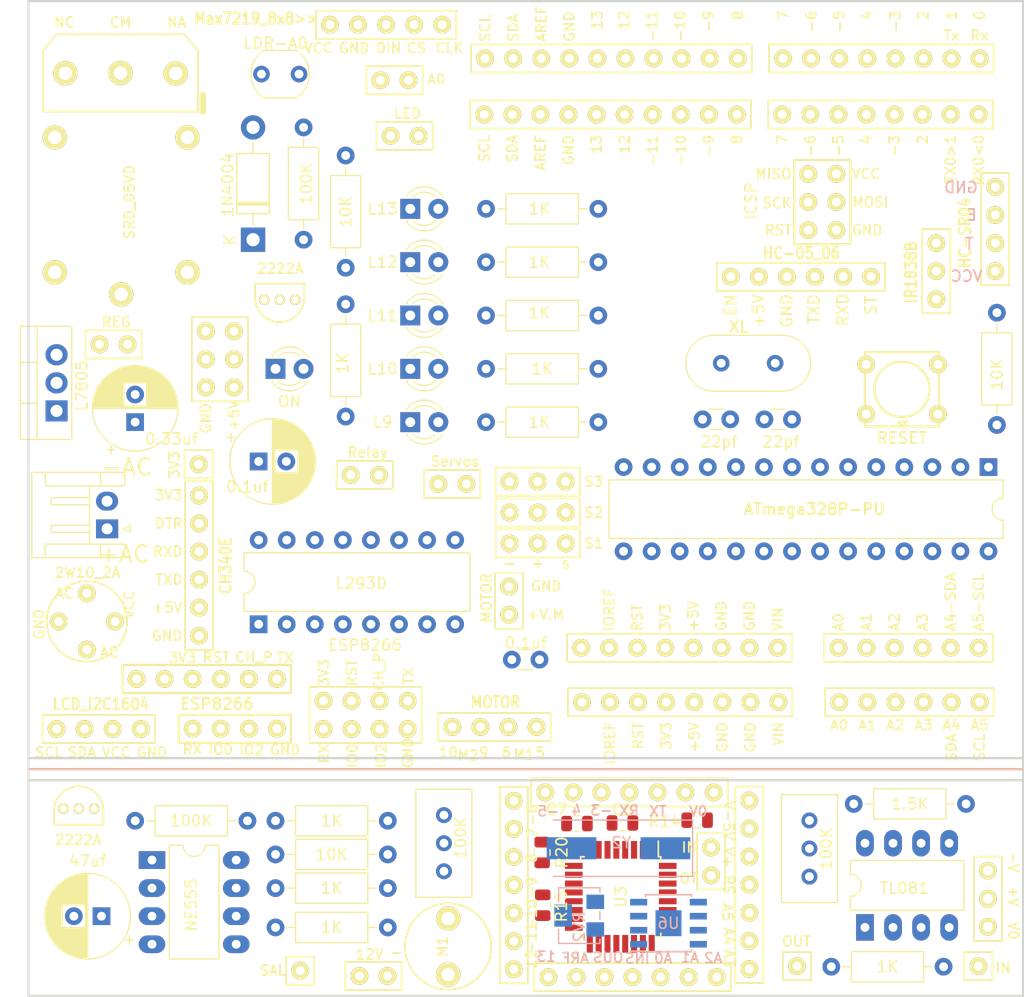
<source format=kicad_pcb>
(kicad_pcb (version 20171130) (host pcbnew "(5.0.0)")
  (layers (0 F.Cu signal) (31 B.Cu signal) (34 B.Paste user) (35 F.Paste user) (36 B.SilkS user) (37 F.SilkS user) (38 B.Mask user) (39 F.Mask user) (44 Edge.Cuts user))
  (net 0 "")
  (net 1 GND)
  (net 2 +5V)
  (net 3 D2)
  (net 4 PWM3)
  (net 5 D4)
  (net 6 PWM5)
  (net 7 PWM6)
  (net 8 D7)
  (net 9 AIN0)
  (net 10 AIN1)
  (net 11 AIN2)
  (net 12 AIN3)
  (net 13 D8)
  (net 14 PWM9)
  (net 15 PWM10)
  (net 16 PWM11)
  (net 17 D12)
  (net 18 D13)
  (net 19 IOREF)
  (net 20 RST)
  (net 21 +3V3)
  (net 22 AREF)
  (net 23 VIN)
  (net 24 NC)
  (net 25 "Net-(JP3-Pad1)")
  (net 26 DT)
  (net 27 +S)
  (net 28 C)
  (net 29 TX)
  (net 30 CH)
  (net 31 RS)
  (net 32 3V3)
  (net 33 RX)
  (net 34 IO0)
  (net 35 IO2)
  (net 36 SDA)
  (net 37 SCL)
  (net 38 TX1)
  (net 39 RX1)
  (net 40 Reg)
  (net 41 PR)
  (net 42 -30V)
  (net 43 +30V)
  (net 44 VCC+)
  (net 45 VCC-)
  (net 46 "Net-(RV1-Pad1)")
  (net 47 "Net-(J2-Pad1)")
  (net 48 "Net-(MOD3-Pad6)")
  (net 49 "Net-(MOD3-Pad1)")
  (net 50 "Net-(U7-Pad5)")
  (net 51 "Net-(U7-Pad4)")
  (net 52 "Net-(U8-Pad8)")
  (net 53 GND1)
  (net 54 GND2)
  (net 55 XT1)
  (net 56 XT2)
  (net 57 AN0)
  (net 58 V-)
  (net 59 V+)
  (net 60 OF2)
  (net 61 OF1)
  (net 62 "Net-(U6-Pad8)")
  (net 63 GND3)
  (net 64 VC+)
  (net 65 RS1)
  (net 66 -3)
  (net 67 4)
  (net 68 -5)
  (net 69 -6)
  (net 70 7)
  (net 71 8)
  (net 72 AN5)
  (net 73 AN4)
  (net 74 AN3)
  (net 75 AN2)
  (net 76 AN1)
  (net 77 -9)
  (net 78 -10)
  (net 79 -11)
  (net 80 12)
  (net 81 13)
  (net 82 TX2)
  (net 83 RX2)
  (net 84 2)
  (net 85 ARF)
  (net 86 INS)
  (net 87 OUTS)
  (net 88 /LED)
  (net 89 /L9)
  (net 90 /L11)
  (net 91 /L10)
  (net 92 /L13)
  (net 93 /L12)
  (net 94 /QE)
  (net 95 /M15)
  (net 96 /M16)
  (net 97 /M29)
  (net 98 /M210)
  (net 99 /RL)
  (net 100 /QB)
  (net 101 /RNC)
  (net 102 /RNA)
  (net 103 /LDR)
  (net 104 /LON)
  (net 105 /C3)
  (net 106 /C4)
  (net 107 /INA)
  (net 108 /OUTA)
  (net 109 /RPT)
  (net 110 /OF1)
  (net 111 /OF2)
  (net 112 /J412V)
  (net 113 /SAL)
  (net 114 /M+)
  (net 115 /Q2E)
  (net 116 /Q2B)
  (net 117 /SSAL)
  (net 118 /RV1)
  (net 119 /C8)
  (net 120 /R18)
  (net 121 AD7)
  (net 122 AD6)
  (net 123 /Micro328U/PV)
  (module Socket:arduino_pin_socket_2 (layer F.Cu) (at 61.7728 77.851 270)
    (fp_text reference J13 hide)
    (fp_text value Conn_01x02_Female hide)
    (pad 1 thru_hole circle (at 1.27 0 270) (size 1.6 1.6) (drill 0.8) (layers *.Cu *.Mask F.SilkS) (net 87 OUTS))
    (pad 2 thru_hole circle (at -1.27 0 270) (size 1.6 1.6) (drill 0.8) (layers *.Cu *.Mask F.SilkS) (net 86 INS))
  )
  (module Package_TO_SOT_THT:TRANSISTOR_TO_92ME (layer F.Cu) (at 22.733 27.0256)
    (fp_text reference Q1 hide)
    (fp_text value 2222A (at 0.0508 -2.8194) (layer F.SilkS) (effects (font (size 0.9 0.9) (thickness 0.16))))
    (pad 1 thru_hole circle (at 1.4 0) (size 0.95 0.95) (drill 0.6) (layers *.Cu *.Mask F.SilkS) (net 1 GND))
    (pad 2 thru_hole circle (at 0 0) (size 0.95 0.95) (drill 0.6) (layers *.Cu *.Mask F.SilkS) (net 100 /QB))
    (pad 3 thru_hole circle (at -1.4 0) (size 0.95 0.95) (drill 0.6) (layers *.Cu *.Mask F.SilkS) (net 94 /QE))
  )
  (module Socket:arduino_pin_socket_7 (layer F.Cu) (at 54.3814 71.6026)
    (fp_text reference J12 hide)
    (fp_text value Alimentacion hide)
    (pad 7 thru_hole circle (at 7.62 0) (size 1.6 1.6) (drill 0.8) (layers *.Cu *.Mask F.SilkS) (net 63 GND3))
    (pad 6 thru_hole circle (at 5.08 0) (size 1.6 1.6) (drill 0.8) (layers *.Cu *.Mask F.SilkS) (net 63 GND3))
    (pad 5 thru_hole circle (at 2.54 0) (size 1.6 1.6) (drill 0.8) (layers *.Cu *.Mask F.SilkS) (net 82 TX2))
    (pad 4 thru_hole circle (at 0 0) (size 1.6 1.6) (drill 0.8) (layers *.Cu *.Mask F.SilkS) (net 83 RX2))
    (pad 3 thru_hole circle (at -2.54 0) (size 1.6 1.6) (drill 0.8) (layers *.Cu *.Mask F.SilkS) (net 66 -3))
    (pad 2 thru_hole circle (at -5.08 0) (size 1.6 1.6) (drill 0.8) (layers *.Cu *.Mask F.SilkS) (net 67 4))
    (pad 1 thru_hole circle (at -7.62 0) (size 1.6 1.6) (drill 0.8) (layers *.Cu *.Mask F.SilkS) (net 68 -5))
  )
  (module Socket:arduino_pin_socket_7 (layer F.Cu) (at 54.6608 88.3158)
    (fp_text reference J10 hide)
    (fp_text value DIGITAL hide)
    (pad 7 thru_hole circle (at 7.62 0) (size 1.6 1.6) (drill 0.8) (layers *.Cu *.Mask F.SilkS) (net 75 AN2))
    (pad 6 thru_hole circle (at 5.08 0) (size 1.6 1.6) (drill 0.8) (layers *.Cu *.Mask F.SilkS) (net 76 AN1))
    (pad 5 thru_hole circle (at 2.54 0) (size 1.6 1.6) (drill 0.8) (layers *.Cu *.Mask F.SilkS) (net 57 AN0))
    (pad 4 thru_hole circle (at 0 0) (size 1.6 1.6) (drill 0.8) (layers *.Cu *.Mask F.SilkS) (net 121 AD7))
    (pad 3 thru_hole circle (at -2.54 0) (size 1.6 1.6) (drill 0.8) (layers *.Cu *.Mask F.SilkS) (net 122 AD6))
    (pad 2 thru_hole circle (at -5.08 0) (size 1.6 1.6) (drill 0.8) (layers *.Cu *.Mask F.SilkS) (net 85 ARF))
    (pad 1 thru_hole circle (at -7.62 0) (size 1.6 1.6) (drill 0.8) (layers *.Cu *.Mask F.SilkS) (net 81 13))
  )
  (module Socket:arduino_pin_socket_7 (layer F.Cu) (at 43.9166 79.9846 270)
    (fp_text reference J11 hide)
    (fp_text value DIGITAL hide)
    (pad 7 thru_hole circle (at 7.62 0 270) (size 1.6 1.6) (drill 0.8) (layers *.Cu *.Mask F.SilkS) (net 80 12))
    (pad 6 thru_hole circle (at 5.08 0 270) (size 1.6 1.6) (drill 0.8) (layers *.Cu *.Mask F.SilkS) (net 79 -11))
    (pad 5 thru_hole circle (at 2.54 0 270) (size 1.6 1.6) (drill 0.8) (layers *.Cu *.Mask F.SilkS) (net 78 -10))
    (pad 4 thru_hole circle (at 0 0 270) (size 1.6 1.6) (drill 0.8) (layers *.Cu *.Mask F.SilkS) (net 77 -9))
    (pad 3 thru_hole circle (at -2.54 0 270) (size 1.6 1.6) (drill 0.8) (layers *.Cu *.Mask F.SilkS) (net 71 8))
    (pad 2 thru_hole circle (at -5.08 0 270) (size 1.6 1.6) (drill 0.8) (layers *.Cu *.Mask F.SilkS) (net 70 7))
    (pad 1 thru_hole circle (at -7.62 0 270) (size 1.6 1.6) (drill 0.8) (layers *.Cu *.Mask F.SilkS) (net 69 -6))
  )
  (module Socket:arduino_pin_socket_7 (layer F.Cu) (at 65.2272 79.9592 270)
    (fp_text reference J9 hide)
    (fp_text value ANALOG hide)
    (pad 7 thru_hole circle (at 7.62 0 270) (size 1.6 1.6) (drill 0.8) (layers *.Cu *.Mask F.SilkS) (net 74 AN3))
    (pad 6 thru_hole circle (at 5.08 0 270) (size 1.6 1.6) (drill 0.8) (layers *.Cu *.Mask F.SilkS) (net 73 AN4))
    (pad 5 thru_hole circle (at 2.54 0 270) (size 1.6 1.6) (drill 0.8) (layers *.Cu *.Mask F.SilkS) (net 72 AN5))
    (pad 4 thru_hole circle (at 0 0 270) (size 1.6 1.6) (drill 0.8) (layers *.Cu *.Mask F.SilkS) (net 65 RS1))
    (pad 3 thru_hole circle (at -2.54 0 270) (size 1.6 1.6) (drill 0.8) (layers *.Cu *.Mask F.SilkS) (net 59 V+))
    (pad 2 thru_hole circle (at -5.08 0 270) (size 1.6 1.6) (drill 0.8) (layers *.Cu *.Mask F.SilkS) (net 64 VC+))
    (pad 1 thru_hole circle (at -7.62 0 270) (size 1.6 1.6) (drill 0.8) (layers *.Cu *.Mask F.SilkS) (net 58 V-))
  )
  (module Socket:arduino_pin_socket_3 (layer F.Cu) (at 86.8172 81.2292 270)
    (fp_text reference J8 hide)
    (fp_text value Conn_01x03_Female hide)
    (pad 1 thru_hole circle (at 2.54 0 270) (size 1.6 1.6) (drill 0.9) (layers *.Cu *.Mask F.SilkS) (net 53 GND1))
    (pad 2 thru_hole circle (at 0 0 270) (size 1.6 1.6) (drill 0.9) (layers *.Cu *.Mask F.SilkS) (net 44 VCC+))
    (pad 3 thru_hole circle (at -2.54 0 270) (size 1.6 1.6) (drill 0.9) (layers *.Cu *.Mask F.SilkS) (net 45 VCC-))
  )
  (module Package_TO_SOT_THT:TRANSISTOR_TO_92ME (layer F.Cu) (at 4.5466 73.0758 180)
    (fp_text reference Q2 hide)
    (fp_text value 2222A (at 0.0508 -2.8194 180) (layer F.SilkS) (effects (font (size 0.9 0.9) (thickness 0.16))))
    (pad 1 thru_hole circle (at 1.4 0 180) (size 0.95 0.95) (drill 0.6) (layers *.Cu *.Mask F.SilkS) (net 54 GND2))
    (pad 2 thru_hole circle (at 0 0 180) (size 0.95 0.95) (drill 0.6) (layers *.Cu *.Mask F.SilkS) (net 116 /Q2B))
    (pad 3 thru_hole circle (at -1.4 0 180) (size 0.95 0.95) (drill 0.6) (layers *.Cu *.Mask F.SilkS) (net 115 /Q2E))
  )
  (module Socket:MIC (layer F.Cu) (at 37.973 85.5472 270)
    (fp_text reference M1 (at 0 0.5 270) (layer F.SilkS) (effects (font (size 0.9 0.9) (thickness 0.16))))
    (fp_text value MIC)
    (pad 1 thru_hole circle (at 2.54 0) (size 2.2 2.2) (drill 1.2) (layers *.Cu *.Mask F.SilkS) (net 54 GND2))
    (pad 2 thru_hole circle (at -2.54 0) (size 2.2 2.2) (drill 1.2) (layers *.Cu *.Mask F.SilkS) (net 114 /M+))
  )
  (module Socket:arduino_pin_socket_2 (layer F.Cu) (at 31.2166 88.2142)
    (fp_text reference J4 hide)
    (fp_text value 12V (at -0.3556 -1.9558) (layer F.SilkS) (effects (font (size 0.9 0.9) (thickness 0.16))))
    (pad 1 thru_hole circle (at 1.27 0) (size 1.6 1.6) (drill 0.8) (layers *.Cu *.Mask F.SilkS) (net 54 GND2))
    (pad 2 thru_hole circle (at -1.27 0) (size 1.6 1.6) (drill 0.8) (layers *.Cu *.Mask F.SilkS) (net 112 /J412V))
  )
  (module Button_Switch_Keyboard:Pulsador (layer F.Cu) (at 79.0448 35.1282 180)
    (fp_text reference Sw1 hide)
    (fp_text value RESET (at 0.02 -4.41 180) (layer F.SilkS) (effects (font (thickness 0.17))))
    (pad 1 thru_hole circle (at -3.25 -2.25 180) (size 1.6 1.6) (drill 0.8) (layers *.Cu *.Mask F.SilkS) (net 20 RST))
    (pad 1 thru_hole circle (at 3.25 -2.25 180) (size 1.6 1.6) (drill 0.8) (layers *.Cu *.Mask F.SilkS) (net 20 RST))
    (pad 2 thru_hole circle (at 3.25 2.25 180) (size 1.6 1.6) (drill 0.8) (layers *.Cu *.Mask F.SilkS) (net 1 GND))
    (pad 2 thru_hole circle (at -3.25 2.25 180) (size 1.6 1.6) (drill 0.8) (layers *.Cu *.Mask F.SilkS) (net 1 GND))
  )
  (module Socket:arduino_pin_socket_1 (layer F.Cu) (at 24.5872 87.7316)
    (fp_text reference J7 hide)
    (fp_text value SAL (at -2.4892 -0.0254) (layer F.SilkS) (effects (font (size 0.9 0.9) (thickness 0.16))))
    (pad 1 thru_hole circle (at 0 0) (size 1.6 1.6) (drill 0.8) (layers *.Cu *.Mask F.SilkS) (net 113 /SAL))
  )
  (module Socket:arduino_pin_socket_1 (layer F.Cu) (at 85.9536 87.3252)
    (fp_text reference J5 hide)
    (fp_text value IN (at 2.2352 0.1524) (layer F.SilkS) (effects (font (size 0.9 0.9) (thickness 0.16))))
    (pad 1 thru_hole circle (at 0 0) (size 1.6 1.6) (drill 0.8) (layers *.Cu *.Mask F.SilkS) (net 107 /INA))
  )
  (module Socket:arduino_pin_socket_1 (layer F.Cu) (at 69.5452 87.3252)
    (fp_text reference J6 hide)
    (fp_text value OUT (at -0.0508 -2.2352) (layer F.SilkS) (effects (font (size 0.9 0.9) (thickness 0.16))))
    (pad 1 thru_hole circle (at 0 0) (size 1.6 1.6) (drill 0.8) (layers *.Cu *.Mask F.SilkS) (net 108 /OUTA))
  )
  (module Socket:SRD_05VDC_SL_C_5_V_DC_10A (layer F.Cu) (at 8.382 18.4404 90)
    (fp_text reference Relay1 hide)
    (fp_text value SRD_05VD (at 0.254 0.762 90) (layer F.SilkS) (effects (font (size 0.9 0.9) (thickness 0.16))))
    (pad 1 thru_hole circle (at -6.1 6 90) (size 2.2 2.2) (drill 1.2) (layers *.Cu *.Mask F.SilkS) (net 94 /QE))
    (pad 2 thru_hole circle (at -8.1 0 90) (size 2.2 2.2) (drill 1.2) (layers *.Cu *.Mask F.SilkS) (net 28 C))
    (pad 3 thru_hole circle (at -6.1 -6 90) (size 2.2 2.2) (drill 1.2) (layers *.Cu *.Mask F.SilkS) (net 2 +5V))
    (pad 4 thru_hole circle (at 6.1 -6 90) (size 2.2 2.2) (drill 1.2) (layers *.Cu *.Mask F.SilkS) (net 101 /RNC))
    (pad 5 thru_hole circle (at 6.1 6 90) (size 2.2 2.2) (drill 1.2) (layers *.Cu *.Mask F.SilkS) (net 102 /RNA))
  )
  (module Socket:Bornera_5.0_3P (layer F.Cu) (at 8.3312 6.5024)
    (fp_text reference CONN7 hide)
    (fp_text value Bornera_5.0_3P)
    (fp_text user NC (at -5.08 -4.572) (layer F.SilkS) (effects (font (size 0.9 0.9) (thickness 0.16))))
    (fp_text user NA (at 5.08 -4.572) (layer F.SilkS) (effects (font (size 0.9 0.9) (thickness 0.16))))
    (fp_text user CM (at 0 -4.572) (layer F.SilkS) (effects (font (size 0.9 0.9) (thickness 0.16))))
    (pad 3 thru_hole circle (at -5 0.0254) (size 2.2 2.2) (drill 1.2) (layers *.Cu *.Mask F.SilkS) (net 101 /RNC))
    (pad 2 thru_hole circle (at 0 0) (size 2.2 2.2) (drill 1.2) (layers *.Cu *.Mask F.SilkS) (net 28 C))
    (pad 1 thru_hole circle (at 5 0.0508) (size 2.2 2.2) (drill 1.2) (layers *.Cu *.Mask F.SilkS) (net 102 /RNA))
  )
  (module Socket:arduino_pin_socket_1 (layer F.Cu) (at 15.3924 41.91)
    (fp_text reference J2 hide)
    (fp_text value 3V3 (at -2.1844 0.0508 90) (layer F.SilkS) (effects (font (size 0.9 0.9) (thickness 0.16))))
    (pad 1 thru_hole circle (at 0 0) (size 1.6 1.6) (drill 0.8) (layers *.Cu *.Mask F.SilkS) (net 47 "Net-(J2-Pad1)"))
  )
  (module Socket:Jum2.54mm (layer F.Cu) (at 7.6962 31.0642 180)
    (fp_text reference JP6 hide)
    (fp_text value REG (at -0.254 2.032 180) (layer F.SilkS) (effects (font (size 0.9 0.9) (thickness 0.16))))
    (pad 1 thru_hole circle (at 1.27 0 180) (size 1.6 1.6) (drill 0.8) (layers *.Cu *.Mask F.SilkS) (net 40 Reg))
    (pad 2 thru_hole circle (at -1.27 0 180) (size 1.6 1.6) (drill 0.8) (layers *.Cu *.Mask F.SilkS) (net 2 +5V))
  )
  (module Socket:Jum2.54mm (layer F.Cu) (at 33.1216 7.1628 180)
    (fp_text reference JP2 hide)
    (fp_text value A0 (at -3.7846 0.1016 180) (layer F.SilkS) (effects (font (size 0.9 0.9) (thickness 0.16))))
    (pad 1 thru_hole circle (at 1.27 0 180) (size 1.6 1.6) (drill 0.8) (layers *.Cu *.Mask F.SilkS) (net 103 /LDR))
    (pad 2 thru_hole circle (at -1.27 0 180) (size 1.6 1.6) (drill 0.8) (layers *.Cu *.Mask F.SilkS) (net 9 AIN0))
  )
  (module Socket:Jum2.54mm (layer F.Cu) (at 34.036 12.192 180)
    (fp_text reference JP5 hide)
    (fp_text value LED (at -0.254 2.032 180) (layer F.SilkS) (effects (font (size 0.9 0.9) (thickness 0.16))))
    (pad 1 thru_hole circle (at 1.27 0 180) (size 1.6 1.6) (drill 0.8) (layers *.Cu *.Mask F.SilkS) (net 88 /LED))
    (pad 2 thru_hole circle (at -1.27 0 180) (size 1.6 1.6) (drill 0.8) (layers *.Cu *.Mask F.SilkS) (net 1 GND))
  )
  (module Socket:Jum2.54mm (layer F.Cu) (at 43.4848 54.2544 270)
    (fp_text reference JP3 hide)
    (fp_text value MOTOR (at -0.254 2.032 270) (layer F.SilkS) (effects (font (size 0.9 0.9) (thickness 0.16))))
    (pad 1 thru_hole circle (at 1.27 0 270) (size 1.6 1.6) (drill 0.8) (layers *.Cu *.Mask F.SilkS) (net 25 "Net-(JP3-Pad1)"))
    (pad 2 thru_hole circle (at -1.27 0 270) (size 1.6 1.6) (drill 0.8) (layers *.Cu *.Mask F.SilkS) (net 1 GND))
  )
  (module Socket:Jum2.54mm (layer F.Cu) (at 30.4292 42.8752 180)
    (fp_text reference JP1 hide)
    (fp_text value Relay (at -0.254 2.032 180) (layer F.SilkS) (effects (font (size 0.9 0.9) (thickness 0.16))))
    (pad 1 thru_hole circle (at 1.27 0 180) (size 1.6 1.6) (drill 0.8) (layers *.Cu *.Mask F.SilkS) (net 99 /RL))
    (pad 2 thru_hole circle (at -1.27 0 180) (size 1.6 1.6) (drill 0.8) (layers *.Cu *.Mask F.SilkS) (net 17 D12))
  )
  (module Socket:Jum2.54mm (layer F.Cu) (at 38.354 43.688 180)
    (fp_text reference JP4 hide)
    (fp_text value Servos (at -0.254 2.032 180) (layer F.SilkS) (effects (font (size 0.9 0.9) (thickness 0.16))))
    (pad 1 thru_hole circle (at 1.27 0 180) (size 1.6 1.6) (drill 0.8) (layers *.Cu *.Mask F.SilkS) (net 2 +5V))
    (pad 2 thru_hole circle (at -1.27 0 180) (size 1.6 1.6) (drill 0.8) (layers *.Cu *.Mask F.SilkS) (net 27 +S))
  )
  (module Socket:arduino_pin_servo (layer F.Cu) (at 46.0756 49.0728)
    (fp_text reference CONN2 hide)
    (fp_text value S1 (at 5.08 0) (layer F.SilkS) (effects (font (size 0.9 0.9) (thickness 0.16))))
    (fp_text user - (at -2.54 1.8) (layer F.SilkS) (effects (font (size 0.9 0.9) (thickness 0.16))))
    (fp_text user + (at 0 1.8) (layer F.SilkS) (effects (font (size 0.9 0.9) (thickness 0.16))))
    (fp_text user s (at 2.54 1.8) (layer F.SilkS) (effects (font (size 0.9 0.9) (thickness 0.16))))
    (pad 1 thru_hole circle (at -2.54 0) (size 1.6 1.6) (drill 0.8) (layers *.Cu *.Mask F.SilkS) (net 1 GND))
    (pad 2 thru_hole circle (at 0 0) (size 1.6 1.6) (drill 0.8) (layers *.Cu *.Mask F.SilkS) (net 27 +S))
    (pad 3 thru_hole circle (at 2.54 0) (size 1.6 1.6) (drill 0.8) (layers *.Cu *.Mask F.SilkS) (net 5 D4))
  )
  (module Socket:arduino_pin_servo (layer F.Cu) (at 46.0756 46.2788)
    (fp_text reference CONN3 hide)
    (fp_text value S2 (at 5.08 0) (layer F.SilkS) (effects (font (size 0.9 0.9) (thickness 0.16))))
    (pad 1 thru_hole circle (at -2.54 0) (size 1.6 1.6) (drill 0.8) (layers *.Cu *.Mask F.SilkS) (net 1 GND))
    (pad 2 thru_hole circle (at 0 0) (size 1.6 1.6) (drill 0.8) (layers *.Cu *.Mask F.SilkS) (net 27 +S))
    (pad 3 thru_hole circle (at 2.54 0) (size 1.6 1.6) (drill 0.8) (layers *.Cu *.Mask F.SilkS) (net 8 D7))
  )
  (module Socket:arduino_pin_servo (layer F.Cu) (at 46.0756 43.4848)
    (fp_text reference CONN5 hide)
    (fp_text value S3 (at 5.08 0) (layer F.SilkS) (effects (font (size 0.9 0.9) (thickness 0.16))))
    (pad 1 thru_hole circle (at -2.54 0) (size 1.6 1.6) (drill 0.8) (layers *.Cu *.Mask F.SilkS) (net 1 GND))
    (pad 2 thru_hole circle (at 0 0) (size 1.6 1.6) (drill 0.8) (layers *.Cu *.Mask F.SilkS) (net 27 +S))
    (pad 3 thru_hole circle (at 2.54 0) (size 1.6 1.6) (drill 0.8) (layers *.Cu *.Mask F.SilkS) (net 13 D8))
  )
  (module Socket:2W005_thru_2W10 (layer F.Cu) (at 5.2832 56.134)
    (fp_text reference U5 hide)
    (fp_text value 2W10_2A (at 0.0635 -4.4196) (layer F.SilkS) (effects (font (size 0.9 0.9) (thickness 0.16))))
    (fp_text user AC (at -2.032 -2.54) (layer F.SilkS) (effects (font (size 0.9 0.9) (thickness 0.16))))
    (fp_text user AC (at 2.032 2.794) (layer F.SilkS) (effects (font (size 0.9 0.9) (thickness 0.16))))
    (fp_text user GND (at -4.318 0.254 90) (layer F.SilkS) (effects (font (size 0.9 0.9) (thickness 0.16))))
    (fp_text user VCC (at 3.81 -1.524 90) (layer F.SilkS) (effects (font (size 0.9 0.9) (thickness 0.16))))
    (pad 1 thru_hole circle (at 0 -2.55) (size 1.6 1.6) (drill 0.8) (layers *.Cu *.Mask F.SilkS) (net 43 +30V))
    (pad 3 thru_hole circle (at 0 2.55) (size 1.6 1.6) (drill 0.8) (layers *.Cu *.Mask F.SilkS) (net 42 -30V))
    (pad 2 thru_hole circle (at 2.55 0) (size 1.6 1.6) (drill 0.8) (layers *.Cu *.Mask F.SilkS) (net 41 PR))
    (pad 4 thru_hole circle (at -2.55 0) (size 1.6 1.6) (drill 0.8) (layers *.Cu *.Mask F.SilkS) (net 1 GND))
  )
  (module Socket:POWER (layer F.Cu) (at 17.3228 32.4104 270)
    (fp_text reference J1 hide)
    (fp_text value Conn_01x02_Female)
    (fp_text user GND (at 5.334 1.27 90) (layer F.SilkS) (effects (font (size 0.9 0.9) (thickness 0.16))))
    (fp_text user +5V (at 5.08 -1.27 90) (layer F.SilkS) (effects (font (size 0.9 0.9) (thickness 0.16))))
    (pad 1 thru_hole circle (at 2.54 -1.27 270) (size 1.6 1.6) (drill 0.8) (layers *.Cu *.Mask F.SilkS) (net 2 +5V))
    (pad 1 thru_hole circle (at 0 -1.27 270) (size 1.6 1.6) (drill 0.8) (layers *.Cu *.Mask F.SilkS) (net 2 +5V))
    (pad 1 thru_hole circle (at -2.54 -1.27 270) (size 1.6 1.6) (drill 0.8) (layers *.Cu *.Mask F.SilkS) (net 2 +5V))
    (pad 2 thru_hole circle (at -2.54 1.27 270) (size 1.6 1.6) (drill 0.8) (layers *.Cu *.Mask F.SilkS) (net 1 GND))
    (pad 2 thru_hole circle (at 0 1.27 270) (size 1.6 1.6) (drill 0.8) (layers *.Cu *.Mask F.SilkS) (net 1 GND))
    (pad 2 thru_hole circle (at 2.54 1.27 270) (size 1.6 1.6) (drill 0.8) (layers *.Cu *.Mask F.SilkS) (net 1 GND))
  )
  (module Socket:L293D (layer F.Cu) (at 42.164 65.6844)
    (fp_text reference CONN9 hide)
    (fp_text value MOTOR (at 0.1016 -2.2352) (layer F.SilkS) (effects (font (size 1.016 0.889) (thickness 0.2032))))
    (fp_text user 5 (at 4.1402 2.3114) (layer F.SilkS) (effects (font (size 0.9 0.9) (thickness 0.16))))
    (fp_text user 6 (at 1.0795 2.3114) (layer F.SilkS) (effects (font (size 0.9 0.9) (thickness 0.16))))
    (fp_text user 9 (at -0.969474 2.3114) (layer F.SilkS) (effects (font (size 0.9 0.9) (thickness 0.16))))
    (fp_text user 10 (at -4.1783 2.3114) (layer F.SilkS) (effects (font (size 0.9 0.9) (thickness 0.16))))
    (fp_text user M1 (at 2.667 2.4892) (layer F.SilkS) (effects (font (size 0.9 0.9) (thickness 0.16))))
    (fp_text user M2 (at -2.3876 2.5654) (layer F.SilkS) (effects (font (size 0.9 0.9) (thickness 0.16))))
    (pad 1 thru_hole circle (at 3.81 0) (size 1.6 1.6) (drill 0.8) (layers *.Cu *.Mask F.SilkS) (net 95 /M15))
    (pad 2 thru_hole circle (at 1.27 0) (size 1.6 1.6) (drill 0.8) (layers *.Cu *.Mask F.SilkS) (net 96 /M16))
    (pad 3 thru_hole circle (at -1.27 0) (size 1.6 1.6) (drill 0.8) (layers *.Cu *.Mask F.SilkS) (net 97 /M29))
    (pad 4 thru_hole circle (at -3.81 0) (size 1.6 1.6) (drill 0.8) (layers *.Cu *.Mask F.SilkS) (net 98 /M210))
  )
  (module Socket:WIFI_ESP8266 (layer F.Cu) (at 30.5054 64.5922)
    (fp_text reference MOD1 hide)
    (fp_text value ESP8266 (at -0.0635 -6.3119) (layer F.SilkS))
    (fp_text user GND (at 3.8354 3.442857 90) (layer F.SilkS) (effects (font (size 0.9 0.9) (thickness 0.16))))
    (fp_text user IO2 (at 1.4097 3.7 90) (layer F.SilkS) (effects (font (size 0.9 0.9) (thickness 0.16))))
    (fp_text user IO0 (at -1.1938 3.7 90) (layer F.SilkS) (effects (font (size 0.9 0.9) (thickness 0.16))))
    (fp_text user RX (at -3.7592 3.5 90) (layer F.SilkS) (effects (font (size 0.9 0.9) (thickness 0.16))))
    (fp_text user TX (at 3.8862 -3.5 90) (layer F.SilkS) (effects (font (size 0.9 0.9) (thickness 0.16))))
    (fp_text user CH_P (at 1.2192 -3.913119 90) (layer F.SilkS) (effects (font (size 0.9 0.9) (thickness 0.16))))
    (fp_text user RST (at -1.2446 -3.821428 90) (layer F.SilkS) (effects (font (size 0.9 0.9) (thickness 0.16))))
    (fp_text user 3V3 (at -3.7719 -3.8 90) (layer F.SilkS) (effects (font (size 0.9 0.9) (thickness 0.16))))
    (pad 1 thru_hole circle (at 3.81 -1.27) (size 1.6 1.6) (drill 0.8) (layers *.Cu *.Mask F.SilkS) (net 38 TX1))
    (pad 2 thru_hole circle (at 1.27 -1.27) (size 1.6 1.6) (drill 0.8) (layers *.Cu *.Mask F.SilkS) (net 30 CH))
    (pad 3 thru_hole circle (at -1.27 -1.27) (size 1.6 1.6) (drill 0.8) (layers *.Cu *.Mask F.SilkS) (net 31 RS))
    (pad 4 thru_hole circle (at -3.81 -1.27) (size 1.6 1.6) (drill 0.8) (layers *.Cu *.Mask F.SilkS) (net 32 3V3))
    (pad 5 thru_hole circle (at -3.81 1.27) (size 1.6 1.6) (drill 0.8) (layers *.Cu *.Mask F.SilkS) (net 39 RX1))
    (pad 6 thru_hole circle (at -1.27 1.27) (size 1.6 1.6) (drill 0.8) (layers *.Cu *.Mask F.SilkS) (net 34 IO0))
    (pad 7 thru_hole circle (at 1.27 1.27) (size 1.6 1.6) (drill 0.8) (layers *.Cu *.Mask F.SilkS) (net 35 IO2))
    (pad 8 thru_hole circle (at 3.81 1.27 90) (size 1.6 1.6) (drill 0.8) (layers *.Cu *.Mask F.SilkS) (net 1 GND))
  )
  (module Socket:SocketESP8266 (layer F.Cu) (at 16.129 63.5922)
    (fp_text reference CONN6 hide)
    (fp_text value ESP8266 (at 0.9144 0) (layer F.SilkS) (effects (font (thickness 0.2))))
    (fp_text user GND (at 7.0866 4.1656 180) (layer F.SilkS) (effects (font (size 0.9 0.9) (thickness 0.16))))
    (fp_text user IO2 (at 4.0513 4.1783) (layer F.SilkS) (effects (font (size 0.9 0.9) (thickness 0.16))))
    (fp_text user IO0 (at 1.2573 4.1275) (layer F.SilkS) (effects (font (size 0.9 0.9) (thickness 0.16))))
    (fp_text user RX (at -1.2954 4.1148) (layer F.SilkS) (effects (font (size 0.9 0.9) (thickness 0.16))))
    (fp_text user 3V3 (at -2.1844 -4.1656) (layer F.SilkS) (effects (font (size 0.9 0.9) (thickness 0.16))))
    (fp_text user RST (at 0.8509 -4.2037) (layer F.SilkS) (effects (font (size 0.9 0.9) (thickness 0.16))))
    (fp_text user CH_P (at 4.2799 -4.2164) (layer F.SilkS) (effects (font (size 0.9 0.9) (thickness 0.16))))
    (fp_text user TX (at 7.0993 -4.1656) (layer F.SilkS) (effects (font (size 0.9 0.9) (thickness 0.16))))
    (pad 1 thru_hole circle (at 6.35 -2.25) (size 1.6 1.6) (drill 0.8) (layers *.Cu *.Mask F.SilkS) (net 38 TX1))
    (pad 2 thru_hole circle (at 3.81 -2.25) (size 1.6 1.6) (drill 0.8) (layers *.Cu *.Mask F.SilkS) (net 30 CH))
    (pad 3 thru_hole circle (at 1.27 -2.25) (size 1.6 1.6) (drill 0.8) (layers *.Cu *.Mask F.SilkS) (net 31 RS))
    (pad 4 thru_hole circle (at -1.27 -2.25) (size 1.6 1.6) (drill 0.8) (layers *.Cu *.Mask F.SilkS) (net 32 3V3))
    (pad 5 thru_hole circle (at -1.27 2.25) (size 1.6 1.6) (drill 0.8) (layers *.Cu *.Mask F.SilkS) (net 39 RX1))
    (pad 6 thru_hole circle (at 1.27 2.25) (size 1.6 1.6) (drill 0.8) (layers *.Cu *.Mask F.SilkS) (net 34 IO0))
    (pad 7 thru_hole circle (at 3.81 2.25) (size 1.6 1.6) (drill 0.8) (layers *.Cu *.Mask F.SilkS) (net 35 IO2))
    (pad 8 thru_hole circle (at 6.35 2.25) (size 1.6 1.6) (drill 0.8) (layers *.Cu *.Mask F.SilkS) (net 1 GND))
    (pad 4 thru_hole circle (at -6.35 -2.25) (size 1.6 1.6) (drill 0.8) (layers *.Cu *.Mask F.SilkS) (net 32 3V3))
    (pad 4 thru_hole circle (at -3.81 -2.25) (size 1.6 1.6) (drill 0.8) (layers *.Cu *.Mask F.SilkS) (net 32 3V3))
  )
  (module Socket:LCD_I2C_1604 (layer F.Cu) (at 6.35 65.8622)
    (fp_text reference LCD1 hide)
    (fp_text value LCD_I2C1604 (at 0.2032 -2.2352) (layer F.SilkS) (effects (font (size 1.016 0.889) (thickness 0.2032))))
    (fp_text user SCL (at -4.5212 2.1209) (layer F.SilkS) (effects (font (size 0.9 0.9) (thickness 0.16))))
    (fp_text user SDA (at -1.524 2.1082) (layer F.SilkS) (effects (font (size 0.9 0.9) (thickness 0.16))))
    (fp_text user GND (at 4.8133 2.1336) (layer F.SilkS) (effects (font (size 0.9 0.9) (thickness 0.16))))
    (fp_text user VCC (at 1.5875 2.1209) (layer F.SilkS) (effects (font (size 0.9 0.9) (thickness 0.16))))
    (pad 1 thru_hole circle (at 3.81 0) (size 1.6 1.6) (drill 0.8) (layers *.Cu *.Mask F.SilkS) (net 1 GND))
    (pad 2 thru_hole circle (at 1.27 0) (size 1.6 1.6) (drill 0.8) (layers *.Cu *.Mask F.SilkS) (net 2 +5V))
    (pad 3 thru_hole circle (at -1.27 0) (size 1.6 1.6) (drill 0.8) (layers *.Cu *.Mask F.SilkS) (net 36 SDA))
    (pad 4 thru_hole circle (at -3.81 0) (size 1.6 1.6) (drill 0.8) (layers *.Cu *.Mask F.SilkS) (net 37 SCL))
  )
  (module Socket:arduino_usb_ttl (layer F.Cu) (at 15.4432 51.0794 270)
    (fp_text reference MOD4 hide)
    (fp_text value CH340E (at 0 -2.3876 270) (layer F.SilkS) (effects (font (size 1.016 0.889) (thickness 0.2032))))
    (fp_text user GND (at 6.35 2.9) (layer F.SilkS) (effects (font (size 0.9 0.9) (thickness 0.16))))
    (fp_text user +5V (at 3.80746 2.9) (layer F.SilkS) (effects (font (size 0.9 0.9) (thickness 0.16))))
    (fp_text user TXD (at 1.26492 2.733333) (layer F.SilkS) (effects (font (size 0.9 0.9) (thickness 0.16))))
    (fp_text user RXD (at -1.27762 2.852381) (layer F.SilkS) (effects (font (size 0.9 0.9) (thickness 0.16))))
    (fp_text user DTR (at -3.82016 2.757143) (layer F.SilkS) (effects (font (size 0.9 0.9) (thickness 0.16))))
    (fp_text user 3V3 (at -6.3627 2.757143) (layer F.SilkS) (effects (font (size 0.9 0.9) (thickness 0.16))))
    (pad 1 thru_hole circle (at 6.35 0 270) (size 1.6 1.6) (drill 0.8) (layers *.Cu *.Mask F.SilkS) (net 1 GND))
    (pad 2 thru_hole circle (at 3.81 0 270) (size 1.6 1.6) (drill 0.8) (layers *.Cu *.Mask F.SilkS) (net 2 +5V))
    (pad 3 thru_hole circle (at 1.27 0 270) (size 1.6 1.6) (drill 0.8) (layers *.Cu *.Mask F.SilkS) (net 33 RX))
    (pad 4 thru_hole circle (at -1.27 0 270) (size 1.6 1.6) (drill 0.8) (layers *.Cu *.Mask F.SilkS) (net 29 TX))
    (pad 5 thru_hole circle (at -3.81 0 270) (size 1.6 1.6) (drill 0.8) (layers *.Cu *.Mask F.SilkS) (net 26 DT))
    (pad 6 thru_hole circle (at -6.35 0 270) (size 1.6 1.6) (drill 0.8) (layers *.Cu *.Mask F.SilkS) (net 47 "Net-(J2-Pad1)"))
  )
  (module Socket:arduino_sheld_ext (layer F.Cu) (at 60.0202 34.3154)
    (fp_text reference CONN4 hide)
    (fp_text value ArduinoSheldExt)
    (fp_text user 0 (at 26.04 -33.028571 90) (layer F.SilkS) (effects (font (size 0.9 0.9) (thickness 0.16))))
    (fp_text user 1 (at 23.5 -33.028571 90) (layer F.SilkS) (effects (font (size 0.9 0.9) (thickness 0.16))))
    (fp_text user 2 (at 20.96 -33.028571 90) (layer F.SilkS) (effects (font (size 0.9 0.9) (thickness 0.16))))
    (fp_text user -3 (at 18.42 -32.471428 270) (layer F.SilkS) (effects (font (size 0.9 0.9) (thickness 0.16))))
    (fp_text user 4 (at 15.88 -33.028571 270) (layer F.SilkS) (effects (font (size 0.9 0.9) (thickness 0.16))))
    (fp_text user -5 (at 13.34 -32.471428 270) (layer F.SilkS) (effects (font (size 0.9 0.9) (thickness 0.16))))
    (fp_text user -6 (at 10.8 -32.471428 270) (layer F.SilkS) (effects (font (size 0.9 0.9) (thickness 0.16))))
    (fp_text user 7 (at 8.26 -33.028571 90) (layer F.SilkS) (effects (font (size 0.9 0.9) (thickness 0.16))))
    (fp_text user 8 (at 4.16 -33.028571 -90) (layer F.SilkS) (effects (font (size 0.9 0.9) (thickness 0.16))))
    (fp_text user -9 (at 1.486 -32.471428 270) (layer F.SilkS) (effects (font (size 0.9 0.9) (thickness 0.16))))
    (fp_text user -10 (at -1.054 -32.042857 270) (layer F.SilkS) (effects (font (size 0.9 0.9) (thickness 0.16))))
    (fp_text user -11 (at -3.594 -32.042857 270) (layer F.SilkS) (effects (font (size 0.9 0.9) (thickness 0.16))))
    (fp_text user 12 (at -6.134 -32.6 270) (layer F.SilkS) (effects (font (size 0.9 0.9) (thickness 0.16))))
    (fp_text user 13 (at -8.54 -32.6 90) (layer F.SilkS) (effects (font (size 0.9 0.9) (thickness 0.16))))
    (fp_text user GND (at -11.08 -32 90) (layer F.SilkS) (effects (font (size 0.9 0.9) (thickness 0.16))))
    (fp_text user AREF (at -13.62 -32.257143 90) (layer F.SilkS) (effects (font (size 0.9 0.9) (thickness 0.16))))
    (fp_text user SDA (at -16.16 -31.892857 90) (layer F.SilkS) (effects (font (size 0.9 0.9) (thickness 0.16))))
    (fp_text user SCL (at -18.7 -31.871429 90) (layer F.SilkS) (effects (font (size 0.9 0.9) (thickness 0.16))))
    (fp_text user SCL (at 26.04 33.2105 90) (layer F.SilkS) (effects (font (size 0.9 0.9) (thickness 0.16))))
    (fp_text user SDA (at 23.5 33.231929 90) (layer F.SilkS) (effects (font (size 0.9 0.9) (thickness 0.16))))
    (fp_text user A3 (at 20.96 31.2 180) (layer F.SilkS) (effects (font (size 0.9 0.9) (thickness 0.16))))
    (fp_text user A2 (at 18.42 31.2 180) (layer F.SilkS) (effects (font (size 0.9 0.9) (thickness 0.16))))
    (fp_text user A1 (at 15.88 31.2 180) (layer F.SilkS) (effects (font (size 0.9 0.9) (thickness 0.16))))
    (fp_text user A0 (at 13.34 31.2 180) (layer F.SilkS) (effects (font (size 0.9 0.9) (thickness 0.16))))
    (fp_text user VIN (at 7.84 32 90) (layer F.SilkS) (effects (font (size 0.9 0.9) (thickness 0.16))))
    (fp_text user GND (at 5.3 32.3 90) (layer F.SilkS) (effects (font (size 0.9 0.9) (thickness 0.16))))
    (fp_text user GND (at 2.76 32.3 90) (layer F.SilkS) (effects (font (size 0.9 0.9) (thickness 0.16))))
    (fp_text user +5V (at 0.22 32.3 90) (layer F.SilkS) (effects (font (size 0.9 0.9) (thickness 0.16))))
    (fp_text user 3V3 (at -2.32 32.171428 90) (layer F.SilkS) (effects (font (size 0.9 0.9) (thickness 0.16))))
    (fp_text user RST (at -4.86 32.15 90) (layer F.SilkS) (effects (font (size 0.9 0.9) (thickness 0.16))))
    (fp_text user IOREF (at -7.4 32.857143 90) (layer F.SilkS) (effects (font (size 0.9 0.9) (thickness 0.16))))
    (fp_text user Rx (at 26.04 -31.2) (layer F.SilkS) (effects (font (size 0.9 0.9) (thickness 0.16))))
    (fp_text user Tx (at 23.5 -31.2) (layer F.SilkS) (effects (font (size 0.9 0.9) (thickness 0.16))))
    (fp_text user A5 (at 26.04 31.2) (layer F.SilkS) (effects (font (size 0.9 0.9) (thickness 0.16))))
    (fp_text user A4 (at 23.5 31.2) (layer F.SilkS) (effects (font (size 0.9 0.9) (thickness 0.16))))
    (pad 32 thru_hole circle (at -18.7 -29.125) (size 1.6 1.6) (drill 0.8) (layers *.Cu *.Mask F.SilkS) (net 37 SCL))
    (pad 23 thru_hole circle (at 4.16 -29.125) (size 1.6 1.6) (drill 0.8) (layers *.Cu *.Mask F.SilkS) (net 13 D8))
    (pad 24 thru_hole circle (at 1.62 -29.125) (size 1.6 1.6) (drill 0.8) (layers *.Cu *.Mask F.SilkS) (net 14 PWM9))
    (pad 25 thru_hole circle (at -0.92 -29.125) (size 1.6 1.6) (drill 0.8) (layers *.Cu *.Mask F.SilkS) (net 15 PWM10))
    (pad 26 thru_hole circle (at -3.46 -29.125) (size 1.6 1.6) (drill 0.8) (layers *.Cu *.Mask F.SilkS) (net 16 PWM11))
    (pad 27 thru_hole circle (at -6 -29.125) (size 1.6 1.6) (drill 0.8) (layers *.Cu *.Mask F.SilkS) (net 17 D12))
    (pad 28 thru_hole circle (at -8.54 -29.125) (size 1.6 1.6) (drill 0.8) (layers *.Cu *.Mask F.SilkS) (net 18 D13))
    (pad 29 thru_hole circle (at -11.08 -29.125) (size 1.6 1.6) (drill 0.8) (layers *.Cu *.Mask F.SilkS) (net 1 GND))
    (pad 30 thru_hole circle (at -13.62 -29.125) (size 1.6 1.6) (drill 0.8) (layers *.Cu *.Mask F.SilkS) (net 22 AREF))
    (pad 31 thru_hole circle (at -16.16 -29.125) (size 1.6 1.6) (drill 0.8) (layers *.Cu *.Mask F.SilkS) (net 36 SDA))
    (pad 15 thru_hole circle (at 26.04 -29.125) (size 1.6 1.6) (drill 0.8) (layers *.Cu *.Mask F.SilkS) (net 33 RX))
    (pad 16 thru_hole circle (at 23.5 -29.125) (size 1.6 1.6) (drill 0.8) (layers *.Cu *.Mask F.SilkS) (net 29 TX))
    (pad 17 thru_hole circle (at 20.96 -29.125) (size 1.6 1.6) (drill 0.8) (layers *.Cu *.Mask F.SilkS) (net 3 D2))
    (pad 18 thru_hole circle (at 18.42 -29.125) (size 1.6 1.6) (drill 0.8) (layers *.Cu *.Mask F.SilkS) (net 4 PWM3))
    (pad 19 thru_hole circle (at 15.88 -29.125) (size 1.6 1.6) (drill 0.8) (layers *.Cu *.Mask F.SilkS) (net 5 D4))
    (pad 20 thru_hole circle (at 13.34 -29.125) (size 1.6 1.6) (drill 0.8) (layers *.Cu *.Mask F.SilkS) (net 6 PWM5))
    (pad 21 thru_hole circle (at 10.8 -29.125) (size 1.6 1.6) (drill 0.8) (layers *.Cu *.Mask F.SilkS) (net 7 PWM6))
    (pad 22 thru_hole circle (at 8.26 -29.125) (size 1.6 1.6) (drill 0.8) (layers *.Cu *.Mask F.SilkS) (net 8 D7))
    (pad 9 thru_hole circle (at 13.34 29.125) (size 1.6 1.6) (drill 0.8) (layers *.Cu *.Mask F.SilkS) (net 9 AIN0))
    (pad 10 thru_hole circle (at 15.88 29.125) (size 1.6 1.6) (drill 0.8) (layers *.Cu *.Mask F.SilkS) (net 10 AIN1))
    (pad 11 thru_hole circle (at 18.42 29.125) (size 1.6 1.6) (drill 0.8) (layers *.Cu *.Mask F.SilkS) (net 11 AIN2))
    (pad 12 thru_hole circle (at 20.96 29.125) (size 1.6 1.6) (drill 0.8) (layers *.Cu *.Mask F.SilkS) (net 12 AIN3))
    (pad 13 thru_hole circle (at 23.5 29.125) (size 1.6 1.6) (drill 0.8) (layers *.Cu *.Mask F.SilkS) (net 36 SDA))
    (pad 14 thru_hole circle (at 26.04 29.125) (size 1.6 1.6) (drill 0.8) (layers *.Cu *.Mask F.SilkS) (net 37 SCL))
    (pad 1 thru_hole circle (at -9.94 29.125) (size 1.6 1.6) (drill 0.8) (layers *.Cu *.Mask F.SilkS) (net 24 NC))
    (pad 2 thru_hole circle (at -7.4 29.125) (size 1.6 1.6) (drill 0.8) (layers *.Cu *.Mask F.SilkS) (net 19 IOREF))
    (pad 3 thru_hole circle (at -4.86 29.125) (size 1.6 1.6) (drill 0.8) (layers *.Cu *.Mask F.SilkS) (net 20 RST))
    (pad 4 thru_hole circle (at -2.32 29.125) (size 1.6 1.6) (drill 0.8) (layers *.Cu *.Mask F.SilkS) (net 21 +3V3))
    (pad 5 thru_hole circle (at 0.22 29.125) (size 1.6 1.6) (drill 0.8) (layers *.Cu *.Mask F.SilkS) (net 2 +5V))
    (pad 6 thru_hole circle (at 2.76 29.125) (size 1.6 1.6) (drill 0.8) (layers *.Cu *.Mask F.SilkS) (net 1 GND))
    (pad 7 thru_hole circle (at 5.3 29.125) (size 1.6 1.6) (drill 0.8) (layers *.Cu *.Mask F.SilkS) (net 1 GND))
    (pad 8 thru_hole circle (at 7.84 29.125) (size 1.6 1.6) (drill 0.8) (layers *.Cu *.Mask F.SilkS) (net 23 VIN))
  )
  (module Socket:Max7219_8x8 (layer F.Cu) (at 32.3596 2.1336)
    (fp_text reference CONN8 hide)
    (fp_text value Max7219_8x8>> (at -11.7348 -0.5588) (layer F.SilkS) (effects (font (size 1.016 0.889) (thickness 0.2032))))
    (fp_text user CLK (at 5.7277 2.1209) (layer F.SilkS) (effects (font (size 0.9 0.9) (thickness 0.16))))
    (fp_text user DIN (at 0.2286 2.1209) (layer F.SilkS) (effects (font (size 0.9 0.9) (thickness 0.16))))
    (fp_text user CS (at 2.7432 2.1209) (layer F.SilkS) (effects (font (size 0.9 0.9) (thickness 0.16))))
    (fp_text user GND (at -2.8956 2.1209) (layer F.SilkS) (effects (font (size 0.9 0.9) (thickness 0.16))))
    (fp_text user VCC (at -6.1341 2.1209) (layer F.SilkS) (effects (font (size 0.9 0.9) (thickness 0.16))))
    (pad 1 thru_hole circle (at 5.08 0) (size 1.6 1.6) (drill 0.8) (layers *.Cu *.Mask F.SilkS) (net 18 D13))
    (pad 2 thru_hole circle (at 2.54 0) (size 1.6 1.6) (drill 0.8) (layers *.Cu *.Mask F.SilkS) (net 17 D12))
    (pad 3 thru_hole circle (at 0 0) (size 1.6 1.6) (drill 0.8) (layers *.Cu *.Mask F.SilkS) (net 16 PWM11))
    (pad 4 thru_hole circle (at -2.54 0) (size 1.6 1.6) (drill 0.8) (layers *.Cu *.Mask F.SilkS) (net 1 GND))
    (pad 5 thru_hole circle (at -5.08 0) (size 1.6 1.6) (drill 0.8) (layers *.Cu *.Mask F.SilkS) (net 2 +5V))
  )
  (module Socket:ICSP (layer F.Cu) (at 71.8312 18.1864 90)
    (fp_text reference CONN1 hide)
    (fp_text value ICSP (at 0.0889 -6.4643 90) (layer F.SilkS))
    (fp_text user VCC (at 2.54 3.962448 180) (layer F.SilkS) (effects (font (size 0.9 0.9) (thickness 0.16))))
    (fp_text user MISO (at 2.54 -4.4323 180) (layer F.SilkS) (effects (font (size 0.9 0.9) (thickness 0.16))))
    (fp_text user SCK (at -0.08 -4.098966 180) (layer F.SilkS) (effects (font (size 0.9 0.9) (thickness 0.16))))
    (fp_text user RST (at -2.54 -3.979919 180) (layer F.SilkS) (effects (font (size 0.9 0.9) (thickness 0.16))))
    (fp_text user MOSI (at -0.0127 4.3434 180) (layer F.SilkS) (effects (font (size 0.9 0.9) (thickness 0.16))))
    (fp_text user GND (at -2.54 4.057686 180) (layer F.SilkS) (effects (font (size 0.9 0.9) (thickness 0.16))))
    (pad 1 thru_hole circle (at 2.54 -1.27 90) (size 1.6 1.6) (drill 0.8) (layers *.Cu *.Mask F.SilkS) (net 17 D12))
    (pad 3 thru_hole circle (at 0 -1.27 90) (size 1.6 1.6) (drill 0.8) (layers *.Cu *.Mask F.SilkS) (net 18 D13))
    (pad 5 thru_hole circle (at -2.54 -1.27 90) (size 1.6 1.6) (drill 0.8) (layers *.Cu *.Mask F.SilkS) (net 20 RST))
    (pad 6 thru_hole circle (at -2.54 1.27 90) (size 1.6 1.6) (drill 0.8) (layers *.Cu *.Mask F.SilkS) (net 1 GND))
    (pad 4 thru_hole circle (at 0 1.27 90) (size 1.6 1.6) (drill 0.8) (layers *.Cu *.Mask F.SilkS) (net 16 PWM11))
    (pad 2 thru_hole circle (at 2.54 1.27 90) (size 1.6 1.6) (drill 0.8) (layers *.Cu *.Mask F.SilkS) (net 2 +5V))
  )
  (module Socket:HC-SR04 (layer F.Cu) (at 87.4776 20.6248 90)
    (fp_text reference MOD2 hide)
    (fp_text value HC-SR04 (at -0.3556 -2.7432 90) (layer F.SilkS) (effects (font (size 1.016 0.889) (thickness 0.2032))))
    (fp_text user GND (at 3.7592 -3.0988 180) (layer B.SilkS) (effects (font (thickness 0.16)) (justify mirror)))
    (fp_text user E (at 1.27 -2.1336 180) (layer B.SilkS) (effects (font (thickness 0.16)) (justify mirror)))
    (fp_text user T (at -1.3208 -2.3368 180) (layer B.SilkS) (effects (font (thickness 0.16)) (justify mirror)))
    (fp_text user VCC (at -4.2672 -2.5908 180) (layer B.SilkS) (effects (font (thickness 0.16)) (justify mirror)))
    (pad 1 thru_hole circle (at 3.81 0 90) (size 1.6 1.6) (drill 0.8) (layers *.Cu *.Mask F.SilkS) (net 1 GND))
    (pad 2 thru_hole circle (at 1.27 0 90) (size 1.6 1.6) (drill 0.8) (layers *.Cu *.Mask F.SilkS) (net 3 D2))
    (pad 3 thru_hole circle (at -1.27 0 90) (size 1.6 1.6) (drill 0.8) (layers *.Cu *.Mask F.SilkS) (net 4 PWM3))
    (pad 4 thru_hole circle (at -3.81 0 90) (size 1.6 1.6) (drill 0.8) (layers *.Cu *.Mask F.SilkS) (net 2 +5V))
  )
  (module Socket:VS1838B (layer F.Cu) (at 82.1436 24.4348 90)
    (fp_text reference SEN1 hide)
    (fp_text value IR1838B (at -0.1016 -2.286 90) (layer F.SilkS) (effects (font (size 1.016 0.889) (thickness 0.2032))))
    (pad 1 thru_hole circle (at 2.54 0 90) (size 1.6 1.6) (drill 0.8) (layers *.Cu *.Mask F.SilkS) (net 3 D2))
    (pad 2 thru_hole circle (at 0 0 90) (size 1.6 1.6) (drill 0.8) (layers *.Cu *.Mask F.SilkS) (net 1 GND))
    (pad 3 thru_hole circle (at -2.54 0 90) (size 1.6 1.6) (drill 0.8) (layers *.Cu *.Mask F.SilkS) (net 2 +5V))
  )
  (module Socket:HC-05_06 (layer F.Cu) (at 69.9008 24.9428)
    (fp_text reference MOD3 hide)
    (fp_text value HC-05_06 (at 0.0508 -2.1336) (layer F.SilkS) (effects (font (size 1.016 0.889) (thickness 0.2032))))
    (fp_text user EN (at -6.3754 2.5908 90) (layer F.SilkS) (effects (font (thickness 0.16))))
    (fp_text user +5V (at -3.8354 3.0861 90) (layer F.SilkS) (effects (font (thickness 0.16))))
    (fp_text user GND (at -1.3081 3.0861 90) (layer F.SilkS) (effects (font (thickness 0.16))))
    (fp_text user TXD (at 1.1684 2.9337 90) (layer F.SilkS) (effects (font (thickness 0.16))))
    (fp_text user RXD (at 3.7846 2.9972 90) (layer F.SilkS) (effects (font (thickness 0.16))))
    (fp_text user ST (at 6.3246 2.5908 90) (layer F.SilkS) (effects (font (thickness 0.16))))
    (pad 6 thru_hole circle (at 6.35 0) (size 1.6 1.6) (drill 0.8) (layers *.Cu *.Mask F.SilkS) (net 48 "Net-(MOD3-Pad6)"))
    (pad 5 thru_hole circle (at 3.81 0) (size 1.6 1.6) (drill 0.8) (layers *.Cu *.Mask F.SilkS) (net 29 TX))
    (pad 4 thru_hole circle (at 1.27 0) (size 1.6 1.6) (drill 0.8) (layers *.Cu *.Mask F.SilkS) (net 33 RX))
    (pad 3 thru_hole circle (at -1.27 0) (size 1.6 1.6) (drill 0.8) (layers *.Cu *.Mask F.SilkS) (net 1 GND))
    (pad 2 thru_hole circle (at -3.81 0) (size 1.6 1.6) (drill 0.8) (layers *.Cu *.Mask F.SilkS) (net 2 +5V))
    (pad 1 thru_hole circle (at -6.35 0) (size 1.6 1.6) (drill 0.8) (layers *.Cu *.Mask F.SilkS) (net 49 "Net-(MOD3-Pad1)"))
  )
  (module Socket:arduino_sheld (layer F.Cu) (at 59.944 34.3916)
    (fp_text reference CON1 hide)
    (fp_text value SheldArduino)
    (fp_text user RX0<0 (at 26.04 -20 90) (layer F.SilkS) (effects (font (size 0.9 0.9) (thickness 0.16))))
    (fp_text user TX0>1 (at 23.5 -20.107142 90) (layer F.SilkS) (effects (font (size 0.9 0.9) (thickness 0.16))))
    (fp_text user 2 (at 20.96 -21.864285 90) (layer F.SilkS) (effects (font (size 0.9 0.9) (thickness 0.16))))
    (fp_text user -3 (at 18.42 -21.307142 90) (layer F.SilkS) (effects (font (size 0.9 0.9) (thickness 0.16))))
    (fp_text user 4 (at 15.88 -21.864285 90) (layer F.SilkS) (effects (font (size 0.9 0.9) (thickness 0.16))))
    (fp_text user -5 (at 13.34 -21.307142 90) (layer F.SilkS) (effects (font (size 0.9 0.9) (thickness 0.16))))
    (fp_text user -6 (at 10.8 -21.307142 90) (layer F.SilkS) (effects (font (size 0.9 0.9) (thickness 0.16))))
    (fp_text user 7 (at 8.26 -21.864285 90) (layer F.SilkS) (effects (font (size 0.9 0.9) (thickness 0.16))))
    (fp_text user 8 (at 4.16 -21.864285 90) (layer F.SilkS) (effects (font (size 0.9 0.9) (thickness 0.16))))
    (fp_text user -9 (at 1.62 -21.307142 90) (layer F.SilkS) (effects (font (size 0.9 0.9) (thickness 0.16))))
    (fp_text user -10 (at -0.92 -20.878571 90) (layer F.SilkS) (effects (font (size 0.9 0.9) (thickness 0.16))))
    (fp_text user -11 (at -3.46 -20.878571 90) (layer F.SilkS) (effects (font (size 0.9 0.9) (thickness 0.16))))
    (fp_text user 12 (at -6 -21.435714 90) (layer F.SilkS) (effects (font (size 0.9 0.9) (thickness 0.16))))
    (fp_text user 13 (at -8.54 -21.435714 90) (layer F.SilkS) (effects (font (size 0.9 0.9) (thickness 0.16))))
    (fp_text user GND (at -11.08 -20.921428 90) (layer F.SilkS) (effects (font (size 0.9 0.9) (thickness 0.16))))
    (fp_text user AREF (at -13.62 -20.664285 90) (layer F.SilkS) (effects (font (size 0.9 0.9) (thickness 0.16))))
    (fp_text user SDA (at -16.16 -21.028571 90) (layer F.SilkS) (effects (font (size 0.9 0.9) (thickness 0.16))))
    (fp_text user SCL (at -18.7 -21.05 90) (layer F.SilkS) (effects (font (size 0.9 0.9) (thickness 0.16))))
    (fp_text user A5-SCL (at 26.04 20 90) (layer F.SilkS) (effects (font (size 0.9 0.9) (thickness 0.16))))
    (fp_text user A4-SDA (at 23.5 19.978571 90) (layer F.SilkS) (effects (font (size 0.9 0.9) (thickness 0.16))))
    (fp_text user A3 (at 20.96 21.8 90) (layer F.SilkS) (effects (font (size 0.9 0.9) (thickness 0.16))))
    (fp_text user A2 (at 18.42 21.8 90) (layer F.SilkS) (effects (font (size 0.9 0.9) (thickness 0.16))))
    (fp_text user A1 (at 15.88 21.8 90) (layer F.SilkS) (effects (font (size 0.9 0.9) (thickness 0.16))))
    (fp_text user A0 (at 13.34 21.8 90) (layer F.SilkS) (effects (font (size 0.9 0.9) (thickness 0.16))))
    (fp_text user VIN (at 7.84 21.542857 90) (layer F.SilkS) (effects (font (size 0.9 0.9) (thickness 0.16))))
    (fp_text user GND (at 5.3 21.242857 90) (layer F.SilkS) (effects (font (size 0.9 0.9) (thickness 0.16))))
    (fp_text user GND (at 2.76 21.242857 90) (layer F.SilkS) (effects (font (size 0.9 0.9) (thickness 0.16))))
    (fp_text user +5V (at 0.22 21.242857 90) (layer F.SilkS) (effects (font (size 0.9 0.9) (thickness 0.16))))
    (fp_text user 3V3 (at -2.32 21.371428 90) (layer F.SilkS) (effects (font (size 0.9 0.9) (thickness 0.16))))
    (fp_text user RST (at -4.86 21.392857 90) (layer F.SilkS) (effects (font (size 0.9 0.9) (thickness 0.16))))
    (fp_text user IOREF (at -7.4 20.685714 90) (layer F.SilkS) (effects (font (size 0.9 0.9) (thickness 0.16))))
    (pad 32 thru_hole circle (at -18.7 -24.125) (size 1.6 1.6) (drill 0.8) (layers *.Cu *.Mask F.SilkS) (net 37 SCL))
    (pad 23 thru_hole circle (at 4.16 -24.125) (size 1.6 1.6) (drill 0.8) (layers *.Cu *.Mask F.SilkS) (net 13 D8))
    (pad 24 thru_hole circle (at 1.62 -24.125) (size 1.6 1.6) (drill 0.8) (layers *.Cu *.Mask F.SilkS) (net 14 PWM9))
    (pad 25 thru_hole circle (at -0.92 -24.125) (size 1.6 1.6) (drill 0.8) (layers *.Cu *.Mask F.SilkS) (net 15 PWM10))
    (pad 26 thru_hole circle (at -3.46 -24.125) (size 1.6 1.6) (drill 0.8) (layers *.Cu *.Mask F.SilkS) (net 16 PWM11))
    (pad 27 thru_hole circle (at -6 -24.125) (size 1.6 1.6) (drill 0.8) (layers *.Cu *.Mask F.SilkS) (net 17 D12))
    (pad 28 thru_hole circle (at -8.54 -24.125) (size 1.6 1.6) (drill 0.8) (layers *.Cu *.Mask F.SilkS) (net 18 D13))
    (pad 29 thru_hole circle (at -11.08 -24.125) (size 1.6 1.6) (drill 0.8) (layers *.Cu *.Mask F.SilkS) (net 1 GND))
    (pad 30 thru_hole circle (at -13.62 -24.125) (size 1.6 1.6) (drill 0.8) (layers *.Cu *.Mask F.SilkS) (net 22 AREF))
    (pad 31 thru_hole circle (at -16.16 -24.125) (size 1.6 1.6) (drill 0.8) (layers *.Cu *.Mask F.SilkS) (net 36 SDA))
    (pad 15 thru_hole circle (at 26.04 -24.125) (size 1.6 1.6) (drill 0.8) (layers *.Cu *.Mask F.SilkS) (net 33 RX))
    (pad 16 thru_hole circle (at 23.5 -24.125) (size 1.6 1.6) (drill 0.8) (layers *.Cu *.Mask F.SilkS) (net 29 TX))
    (pad 17 thru_hole circle (at 20.96 -24.125) (size 1.6 1.6) (drill 0.8) (layers *.Cu *.Mask F.SilkS) (net 3 D2))
    (pad 18 thru_hole circle (at 18.42 -24.125) (size 1.6 1.6) (drill 0.8) (layers *.Cu *.Mask F.SilkS) (net 4 PWM3))
    (pad 19 thru_hole circle (at 15.88 -24.125) (size 1.6 1.6) (drill 0.8) (layers *.Cu *.Mask F.SilkS) (net 5 D4))
    (pad 20 thru_hole circle (at 13.34 -24.125) (size 1.6 1.6) (drill 0.8) (layers *.Cu *.Mask F.SilkS) (net 6 PWM5))
    (pad 21 thru_hole circle (at 10.8 -24.125) (size 1.6 1.6) (drill 0.8) (layers *.Cu *.Mask F.SilkS) (net 7 PWM6))
    (pad 22 thru_hole circle (at 8.26 -24.125) (size 1.6 1.6) (drill 0.8) (layers *.Cu *.Mask F.SilkS) (net 8 D7))
    (pad 9 thru_hole circle (at 13.34 24.125) (size 1.6 1.6) (drill 0.8) (layers *.Cu *.Mask F.SilkS) (net 9 AIN0))
    (pad 10 thru_hole circle (at 15.88 24.125) (size 1.6 1.6) (drill 0.8) (layers *.Cu *.Mask F.SilkS) (net 10 AIN1))
    (pad 11 thru_hole circle (at 18.42 24.125) (size 1.6 1.6) (drill 0.8) (layers *.Cu *.Mask F.SilkS) (net 11 AIN2))
    (pad 12 thru_hole circle (at 20.96 24.125) (size 1.6 1.6) (drill 0.8) (layers *.Cu *.Mask F.SilkS) (net 12 AIN3))
    (pad 13 thru_hole circle (at 23.5 24.125) (size 1.6 1.6) (drill 0.8) (layers *.Cu *.Mask F.SilkS) (net 36 SDA))
    (pad 14 thru_hole circle (at 26.04 24.125) (size 1.6 1.6) (drill 0.8) (layers *.Cu *.Mask F.SilkS) (net 37 SCL))
    (pad 1 thru_hole circle (at -9.94 24.125) (size 1.6 1.6) (drill 0.8) (layers *.Cu *.Mask F.SilkS) (net 24 NC))
    (pad 2 thru_hole circle (at -7.4 24.125) (size 1.6 1.6) (drill 0.8) (layers *.Cu *.Mask F.SilkS) (net 19 IOREF))
    (pad 3 thru_hole circle (at -4.86 24.125) (size 1.6 1.6) (drill 0.8) (layers *.Cu *.Mask F.SilkS) (net 20 RST))
    (pad 4 thru_hole circle (at -2.32 24.125) (size 1.6 1.6) (drill 0.8) (layers *.Cu *.Mask F.SilkS) (net 21 +3V3))
    (pad 5 thru_hole circle (at 0.22 24.125) (size 1.6 1.6) (drill 0.8) (layers *.Cu *.Mask F.SilkS) (net 2 +5V))
    (pad 6 thru_hole circle (at 2.76 24.125) (size 1.6 1.6) (drill 0.8) (layers *.Cu *.Mask F.SilkS) (net 1 GND))
    (pad 7 thru_hole circle (at 5.3 24.125) (size 1.6 1.6) (drill 0.8) (layers *.Cu *.Mask F.SilkS) (net 1 GND))
    (pad 8 thru_hole circle (at 7.84 24.125) (size 1.6 1.6) (drill 0.8) (layers *.Cu *.Mask F.SilkS) (net 23 VIN))
  )
  (module Diode_THT:D_DO-41_SOD81_P10.16mm_Horizontal (layer F.Cu) (at 20.32 21.59 90)
    (fp_text reference D1 hide)
    (fp_text value 1N4004 (at 4.953 -2.286 90) (layer F.SilkS))
    (fp_text user K (at 0 -2.1 90) (layer F.SilkS))
    (pad 1 thru_hole rect (at 0 0 90) (size 2.2 2.2) (drill 1.2) (layers *.Cu *.Mask) (net 2 +5V))
    (pad 2 thru_hole oval (at 10.16 0 90) (size 2.2 2.2) (drill 1.2) (layers *.Cu *.Mask) (net 94 /QE))
  )
  (module LED_THT:LED_D3.0mm (layer F.Cu) (at 22.352 33.274)
    (fp_text reference D2 hide)
    (fp_text value ON (at 1.27 2.96) (layer F.SilkS))
    (pad 2 thru_hole circle (at 2.54 0) (size 1.8 1.8) (drill 0.9) (layers *.Cu *.Mask) (net 104 /LON))
    (pad 1 thru_hole rect (at 0 0) (size 1.8 1.8) (drill 0.9) (layers *.Cu *.Mask) (net 1 GND))
  )
  (module Capacitor_THT:C_Disc_D3.0mm_W1.6mm_P2.50mm (layer F.Cu) (at 69.088 37.846 180)
    (fp_text reference C3 hide)
    (fp_text value 22pf (at 1.016 -2.032 180) (layer F.SilkS))
    (pad 1 thru_hole circle (at 0 0 180) (size 1.6 1.6) (drill 0.8) (layers *.Cu *.Mask) (net 1 GND))
    (pad 2 thru_hole circle (at 2.5 0 180) (size 1.6 1.6) (drill 0.8) (layers *.Cu *.Mask) (net 105 /C3))
  )
  (module LED_THT:LED_D3.0mm (layer F.Cu) (at 34.544 38.1)
    (fp_text reference D3 hide)
    (fp_text value L9 (at -2.5 0) (layer F.SilkS))
    (pad 2 thru_hole circle (at 2.54 0) (size 1.8 1.8) (drill 0.9) (layers *.Cu *.Mask) (net 89 /L9))
    (pad 1 thru_hole rect (at 0 0) (size 1.8 1.8) (drill 0.9) (layers *.Cu *.Mask) (net 88 /LED))
  )
  (module LED_THT:LED_D3.0mm (layer F.Cu) (at 34.544 33.274)
    (fp_text reference D4 hide)
    (fp_text value L10 (at -2.5 0) (layer F.SilkS))
    (pad 1 thru_hole rect (at 0 0) (size 1.8 1.8) (drill 0.9) (layers *.Cu *.Mask) (net 88 /LED))
    (pad 2 thru_hole circle (at 2.54 0) (size 1.8 1.8) (drill 0.9) (layers *.Cu *.Mask) (net 91 /L10))
  )
  (module Capacitor_THT:CP_Radial_D7.5mm_P2.50mm (layer F.Cu) (at 6.604 82.804 180)
    (fp_text reference C8 hide)
    (fp_text value 47uf (at 1.25 5 180) (layer F.SilkS))
    (pad 1 thru_hole rect (at 0 0 180) (size 1.6 1.6) (drill 0.8) (layers *.Cu *.Mask) (net 119 /C8))
    (pad 2 thru_hole circle (at 2.5 0 180) (size 1.6 1.6) (drill 0.8) (layers *.Cu *.Mask) (net 54 GND2))
  )
  (module Package_DIP:DIP-8_W7.62mm_LongPads (layer F.Cu) (at 11.176 77.724)
    (fp_text reference U7 hide)
    (fp_text value NE555 (at 3.556 4.064 90) (layer F.SilkS))
    (pad 1 thru_hole rect (at 0 0) (size 2.4 1.6) (drill 0.8) (layers *.Cu *.Mask) (net 54 GND2))
    (pad 5 thru_hole oval (at 7.62 7.62) (size 2.4 1.6) (drill 0.8) (layers *.Cu *.Mask) (net 50 "Net-(U7-Pad5)"))
    (pad 2 thru_hole oval (at 0 2.54) (size 2.4 1.6) (drill 0.8) (layers *.Cu *.Mask) (net 115 /Q2E))
    (pad 6 thru_hole oval (at 7.62 5.08) (size 2.4 1.6) (drill 0.8) (layers *.Cu *.Mask) (net 119 /C8))
    (pad 3 thru_hole oval (at 0 5.08) (size 2.4 1.6) (drill 0.8) (layers *.Cu *.Mask) (net 117 /SSAL))
    (pad 7 thru_hole oval (at 7.62 2.54) (size 2.4 1.6) (drill 0.8) (layers *.Cu *.Mask) (net 120 /R18))
    (pad 4 thru_hole oval (at 0 7.62) (size 2.4 1.6) (drill 0.8) (layers *.Cu *.Mask) (net 51 "Net-(U7-Pad4)"))
    (pad 8 thru_hole oval (at 7.62 0) (size 2.4 1.6) (drill 0.8) (layers *.Cu *.Mask) (net 112 /J412V))
  )
  (module Package_DIP:DIP-8_W7.62mm_LongPads (layer F.Cu) (at 75.692 83.82 90)
    (fp_text reference U8 hide)
    (fp_text value TL081 (at 3.556 3.556 180) (layer F.SilkS))
    (pad 8 thru_hole oval (at 7.62 0 90) (size 2.4 1.6) (drill 0.8) (layers *.Cu *.Mask) (net 52 "Net-(U8-Pad8)"))
    (pad 4 thru_hole oval (at 0 7.62 90) (size 2.4 1.6) (drill 0.8) (layers *.Cu *.Mask) (net 45 VCC-))
    (pad 7 thru_hole oval (at 7.62 2.54 90) (size 2.4 1.6) (drill 0.8) (layers *.Cu *.Mask) (net 44 VCC+))
    (pad 3 thru_hole oval (at 0 5.08 90) (size 2.4 1.6) (drill 0.8) (layers *.Cu *.Mask) (net 53 GND1))
    (pad 6 thru_hole oval (at 7.62 5.08 90) (size 2.4 1.6) (drill 0.8) (layers *.Cu *.Mask) (net 108 /OUTA))
    (pad 2 thru_hole oval (at 0 2.54 90) (size 2.4 1.6) (drill 0.8) (layers *.Cu *.Mask) (net 107 /INA))
    (pad 5 thru_hole oval (at 7.62 7.62 90) (size 2.4 1.6) (drill 0.8) (layers *.Cu *.Mask) (net 111 /OF2))
    (pad 1 thru_hole rect (at 0 0 90) (size 2.4 1.6) (drill 0.8) (layers *.Cu *.Mask) (net 110 /OF1))
  )
  (module Resistor_THT:R_Axial_DIN0207_L6.3mm_D2.5mm_P10.16mm_Horizontal (layer F.Cu) (at 22.352 74.168)
    (fp_text reference R18 hide)
    (fp_text value 1K (at 5.08 0) (layer F.SilkS))
    (pad 1 thru_hole circle (at 0 0) (size 1.6 1.6) (drill 0.8) (layers *.Cu *.Mask) (net 120 /R18))
    (pad 2 thru_hole oval (at 10.16 0) (size 1.6 1.6) (drill 0.8) (layers *.Cu *.Mask) (net 112 /J412V))
  )
  (module Resistor_THT:R_Axial_DIN0207_L6.3mm_D2.5mm_P10.16mm_Horizontal (layer F.Cu) (at 32.512 83.82 180)
    (fp_text reference R19 hide)
    (fp_text value 1K (at 5.08 0 180) (layer F.SilkS))
    (pad 2 thru_hole oval (at 10.16 0 180) (size 1.6 1.6) (drill 0.8) (layers *.Cu *.Mask) (net 117 /SSAL))
    (pad 1 thru_hole circle (at 0 0 180) (size 1.6 1.6) (drill 0.8) (layers *.Cu *.Mask) (net 113 /SAL))
  )
  (module Resistor_THT:R_Axial_DIN0207_L6.3mm_D2.5mm_P10.16mm_Horizontal (layer F.Cu) (at 22.352 77.216)
    (fp_text reference R11 hide)
    (fp_text value 10K (at 5.08 0) (layer F.SilkS))
    (pad 1 thru_hole circle (at 0 0) (size 1.6 1.6) (drill 0.8) (layers *.Cu *.Mask) (net 114 /M+))
    (pad 2 thru_hole oval (at 10.16 0) (size 1.6 1.6) (drill 0.8) (layers *.Cu *.Mask) (net 118 /RV1))
  )
  (module Resistor_THT:R_Axial_DIN0207_L6.3mm_D2.5mm_P10.16mm_Horizontal (layer F.Cu) (at 74.676 72.644)
    (fp_text reference R17 hide)
    (fp_text value 1.5K (at 5.08 0) (layer F.SilkS))
    (pad 2 thru_hole oval (at 10.16 0) (size 1.6 1.6) (drill 0.8) (layers *.Cu *.Mask) (net 45 VCC-))
    (pad 1 thru_hole circle (at 0 0) (size 1.6 1.6) (drill 0.8) (layers *.Cu *.Mask) (net 109 /RPT))
  )
  (module Potentiometer_THT:Potentiometer_Bourns_3296W_Vertical (layer F.Cu) (at 70.6628 74.1426 90)
    (fp_text reference RV3 hide)
    (fp_text value 100K (at -2.54 1.524 90) (layer F.SilkS))
    (pad 3 thru_hole circle (at -5.08 0 90) (size 1.44 1.44) (drill 0.8) (layers *.Cu *.Mask) (net 110 /OF1))
    (pad 2 thru_hole circle (at -2.54 0 90) (size 1.44 1.44) (drill 0.8) (layers *.Cu *.Mask) (net 109 /RPT))
    (pad 1 thru_hole circle (at 0 0 90) (size 1.44 1.44) (drill 0.8) (layers *.Cu *.Mask) (net 111 /OF2))
  )
  (module Potentiometer_THT:Potentiometer_Bourns_3296W_Vertical (layer F.Cu) (at 37.592 78.74 270)
    (fp_text reference RV1 hide)
    (fp_text value 100K (at -3.048 -1.524 270) (layer F.SilkS))
    (pad 1 thru_hole circle (at 0 0 270) (size 1.44 1.44) (drill 0.8) (layers *.Cu *.Mask) (net 46 "Net-(RV1-Pad1)"))
    (pad 2 thru_hole circle (at -2.54 0 270) (size 1.44 1.44) (drill 0.8) (layers *.Cu *.Mask) (net 118 /RV1))
    (pad 3 thru_hole circle (at -5.08 0 270) (size 1.44 1.44) (drill 0.8) (layers *.Cu *.Mask) (net 112 /J412V))
  )
  (module Resistor_THT:R_Axial_DIN0207_L6.3mm_D2.5mm_P10.16mm_Horizontal (layer F.Cu) (at 82.804 87.376 180)
    (fp_text reference R16 hide)
    (fp_text value 1K (at 5.08 0 180) (layer F.SilkS))
    (pad 1 thru_hole circle (at 0 0 180) (size 1.6 1.6) (drill 0.8) (layers *.Cu *.Mask) (net 107 /INA))
    (pad 2 thru_hole oval (at 10.16 0 180) (size 1.6 1.6) (drill 0.8) (layers *.Cu *.Mask) (net 108 /OUTA))
  )
  (module Resistor_THT:R_Axial_DIN0207_L6.3mm_D2.5mm_P10.16mm_Horizontal (layer F.Cu) (at 19.812 74.168 180)
    (fp_text reference R13 hide)
    (fp_text value 100K (at 5.08 0 180) (layer F.SilkS))
    (pad 2 thru_hole oval (at 10.16 0 180) (size 1.6 1.6) (drill 0.8) (layers *.Cu *.Mask) (net 115 /Q2E))
    (pad 1 thru_hole circle (at 0 0 180) (size 1.6 1.6) (drill 0.8) (layers *.Cu *.Mask) (net 112 /J412V))
  )
  (module Resistor_THT:R_Axial_DIN0207_L6.3mm_D2.5mm_P10.16mm_Horizontal (layer F.Cu) (at 22.352 80.264)
    (fp_text reference R12 hide)
    (fp_text value 1K (at 5.08 0) (layer F.SilkS))
    (pad 1 thru_hole circle (at 0 0) (size 1.6 1.6) (drill 0.8) (layers *.Cu *.Mask) (net 116 /Q2B))
    (pad 2 thru_hole oval (at 10.16 0) (size 1.6 1.6) (drill 0.8) (layers *.Cu *.Mask) (net 114 /M+))
  )
  (module Resistor_THT:R_Axial_DIN0207_L6.3mm_D2.5mm_P10.16mm_Horizontal (layer F.Cu) (at 41.402 33.274)
    (fp_text reference R7 hide)
    (fp_text value 1K (at 5.08 0) (layer F.SilkS))
    (pad 1 thru_hole circle (at 0 0) (size 1.6 1.6) (drill 0.8) (layers *.Cu *.Mask) (net 91 /L10))
    (pad 2 thru_hole oval (at 10.16 0) (size 1.6 1.6) (drill 0.8) (layers *.Cu *.Mask) (net 15 PWM10))
  )
  (module Package_DIP:DIP-28_W7.62mm (layer F.Cu) (at 86.868 42.164 270)
    (fp_text reference U1 hide)
    (fp_text value ATmega328P-PU (at 3.81 15.748) (layer F.SilkS) (effects (font (thickness 0.2))))
    (pad 1 thru_hole rect (at 0 0 270) (size 1.6 1.6) (drill 0.8) (layers *.Cu *.Mask) (net 20 RST))
    (pad 15 thru_hole oval (at 7.62 33.02 270) (size 1.6 1.6) (drill 0.8) (layers *.Cu *.Mask) (net 14 PWM9))
    (pad 2 thru_hole oval (at 0 2.54 270) (size 1.6 1.6) (drill 0.8) (layers *.Cu *.Mask) (net 33 RX))
    (pad 16 thru_hole oval (at 7.62 30.48 270) (size 1.6 1.6) (drill 0.8) (layers *.Cu *.Mask) (net 15 PWM10))
    (pad 3 thru_hole oval (at 0 5.08 270) (size 1.6 1.6) (drill 0.8) (layers *.Cu *.Mask) (net 29 TX))
    (pad 17 thru_hole oval (at 7.62 27.94 270) (size 1.6 1.6) (drill 0.8) (layers *.Cu *.Mask) (net 16 PWM11))
    (pad 4 thru_hole oval (at 0 7.62 270) (size 1.6 1.6) (drill 0.8) (layers *.Cu *.Mask) (net 3 D2))
    (pad 18 thru_hole oval (at 7.62 25.4 270) (size 1.6 1.6) (drill 0.8) (layers *.Cu *.Mask) (net 17 D12))
    (pad 5 thru_hole oval (at 0 10.16 270) (size 1.6 1.6) (drill 0.8) (layers *.Cu *.Mask) (net 4 PWM3))
    (pad 19 thru_hole oval (at 7.62 22.86 270) (size 1.6 1.6) (drill 0.8) (layers *.Cu *.Mask) (net 18 D13))
    (pad 6 thru_hole oval (at 0 12.7 270) (size 1.6 1.6) (drill 0.8) (layers *.Cu *.Mask) (net 5 D4))
    (pad 20 thru_hole oval (at 7.62 20.32 270) (size 1.6 1.6) (drill 0.8) (layers *.Cu *.Mask) (net 2 +5V))
    (pad 7 thru_hole oval (at 0 15.24 270) (size 1.6 1.6) (drill 0.8) (layers *.Cu *.Mask) (net 2 +5V))
    (pad 21 thru_hole oval (at 7.62 17.78 270) (size 1.6 1.6) (drill 0.8) (layers *.Cu *.Mask) (net 22 AREF))
    (pad 8 thru_hole oval (at 0 17.78 270) (size 1.6 1.6) (drill 0.8) (layers *.Cu *.Mask) (net 1 GND))
    (pad 22 thru_hole oval (at 7.62 15.24 270) (size 1.6 1.6) (drill 0.8) (layers *.Cu *.Mask) (net 1 GND))
    (pad 9 thru_hole oval (at 0 20.32 270) (size 1.6 1.6) (drill 0.8) (layers *.Cu *.Mask) (net 105 /C3))
    (pad 23 thru_hole oval (at 7.62 12.7 270) (size 1.6 1.6) (drill 0.8) (layers *.Cu *.Mask) (net 9 AIN0))
    (pad 10 thru_hole oval (at 0 22.86 270) (size 1.6 1.6) (drill 0.8) (layers *.Cu *.Mask) (net 106 /C4))
    (pad 24 thru_hole oval (at 7.62 10.16 270) (size 1.6 1.6) (drill 0.8) (layers *.Cu *.Mask) (net 10 AIN1))
    (pad 11 thru_hole oval (at 0 25.4 270) (size 1.6 1.6) (drill 0.8) (layers *.Cu *.Mask) (net 6 PWM5))
    (pad 25 thru_hole oval (at 7.62 7.62 270) (size 1.6 1.6) (drill 0.8) (layers *.Cu *.Mask) (net 11 AIN2))
    (pad 12 thru_hole oval (at 0 27.94 270) (size 1.6 1.6) (drill 0.8) (layers *.Cu *.Mask) (net 7 PWM6))
    (pad 26 thru_hole oval (at 7.62 5.08 270) (size 1.6 1.6) (drill 0.8) (layers *.Cu *.Mask) (net 12 AIN3))
    (pad 13 thru_hole oval (at 0 30.48 270) (size 1.6 1.6) (drill 0.8) (layers *.Cu *.Mask) (net 8 D7))
    (pad 27 thru_hole oval (at 7.62 2.54 270) (size 1.6 1.6) (drill 0.8) (layers *.Cu *.Mask) (net 36 SDA))
    (pad 14 thru_hole oval (at 0 33.02 270) (size 1.6 1.6) (drill 0.8) (layers *.Cu *.Mask) (net 13 D8))
    (pad 28 thru_hole oval (at 7.62 0 270) (size 1.6 1.6) (drill 0.8) (layers *.Cu *.Mask) (net 37 SCL))
  )
  (module Crystal:Crystal_HC49-U_Vertical (layer F.Cu) (at 67.564 32.766 180)
    (fp_text reference Y1 hide)
    (fp_text value XL (at 3.302 3.302 180) (layer F.SilkS) (effects (font (thickness 0.2))))
    (pad 1 thru_hole circle (at 0 0 180) (size 1.5 1.5) (drill 0.8) (layers *.Cu *.Mask) (net 105 /C3))
    (pad 2 thru_hole circle (at 4.88 0 180) (size 1.5 1.5) (drill 0.8) (layers *.Cu *.Mask) (net 106 /C4))
  )
  (module LED_THT:LED_D3.0mm (layer F.Cu) (at 34.544 28.448)
    (fp_text reference D5 hide)
    (fp_text value L11 (at -2.5 0) (layer F.SilkS))
    (pad 2 thru_hole circle (at 2.54 0) (size 1.8 1.8) (drill 0.9) (layers *.Cu *.Mask) (net 90 /L11))
    (pad 1 thru_hole rect (at 0 0) (size 1.8 1.8) (drill 0.9) (layers *.Cu *.Mask) (net 88 /LED))
  )
  (module Resistor_THT:R_Axial_DIN0207_L6.3mm_D2.5mm_P10.16mm_Horizontal (layer F.Cu) (at 28.702 24.13 90)
    (fp_text reference R1 hide)
    (fp_text value 10K (at 5.08 0 90) (layer F.SilkS))
    (pad 1 thru_hole circle (at 0 0 90) (size 1.6 1.6) (drill 0.8) (layers *.Cu *.Mask) (net 100 /QB))
    (pad 2 thru_hole oval (at 10.16 0 90) (size 1.6 1.6) (drill 0.8) (layers *.Cu *.Mask) (net 99 /RL))
  )
  (module Resistor_THT:R_Axial_DIN0207_L6.3mm_D2.5mm_P10.16mm_Horizontal (layer F.Cu) (at 28.702 27.432 270)
    (fp_text reference R4 hide)
    (fp_text value 1K (at 5.334 0.254 270) (layer F.SilkS))
    (pad 1 thru_hole circle (at 0 0 270) (size 1.6 1.6) (drill 0.8) (layers *.Cu *.Mask) (net 2 +5V))
    (pad 2 thru_hole oval (at 10.16 0 270) (size 1.6 1.6) (drill 0.8) (layers *.Cu *.Mask) (net 104 /LON))
  )
  (module LED_THT:LED_D3.0mm (layer F.Cu) (at 34.544 23.622)
    (fp_text reference D6 hide)
    (fp_text value L12 (at -2.5 0) (layer F.SilkS))
    (pad 1 thru_hole rect (at 0 0) (size 1.8 1.8) (drill 0.9) (layers *.Cu *.Mask) (net 88 /LED))
    (pad 2 thru_hole circle (at 2.54 0) (size 1.8 1.8) (drill 0.9) (layers *.Cu *.Mask) (net 93 /L12))
  )
  (module Resistor_THT:R_Axial_DIN0207_L6.3mm_D2.5mm_P10.16mm_Horizontal (layer F.Cu) (at 41.402 28.448)
    (fp_text reference R8 hide)
    (fp_text value 1K (at 4.826 -0.254) (layer F.SilkS))
    (pad 1 thru_hole circle (at 0 0) (size 1.6 1.6) (drill 0.8) (layers *.Cu *.Mask) (net 90 /L11))
    (pad 2 thru_hole oval (at 10.16 0) (size 1.6 1.6) (drill 0.8) (layers *.Cu *.Mask) (net 16 PWM11))
  )
  (module Resistor_THT:R_Axial_DIN0207_L6.3mm_D2.5mm_P10.16mm_Horizontal (layer F.Cu) (at 41.402 38.1)
    (fp_text reference R6 hide)
    (fp_text value 1K (at 4.826 0) (layer F.SilkS))
    (pad 1 thru_hole circle (at 0 0) (size 1.6 1.6) (drill 0.8) (layers *.Cu *.Mask) (net 89 /L9))
    (pad 2 thru_hole oval (at 10.16 0) (size 1.6 1.6) (drill 0.8) (layers *.Cu *.Mask) (net 14 PWM9))
  )
  (module Resistor_THT:R_Axial_DIN0207_L6.3mm_D2.5mm_P10.16mm_Horizontal (layer F.Cu) (at 41.402 23.622)
    (fp_text reference R9 hide)
    (fp_text value 1K (at 4.826 0) (layer F.SilkS))
    (pad 2 thru_hole oval (at 10.16 0) (size 1.6 1.6) (drill 0.8) (layers *.Cu *.Mask) (net 17 D12))
    (pad 1 thru_hole circle (at 0 0) (size 1.6 1.6) (drill 0.8) (layers *.Cu *.Mask) (net 93 /L12))
  )
  (module OptoDevice:R_LDR_5.1x4.3mm_P3.4mm_Vertical (layer F.Cu) (at 21.082 6.604)
    (fp_text reference R5 hide)
    (fp_text value LDR-A0 (at 1.27 -2.794) (layer F.SilkS))
    (pad 1 thru_hole circle (at 0 0) (size 1.5 1.5) (drill 0.8) (layers *.Cu *.Mask) (net 1 GND))
    (pad 2 thru_hole circle (at 3.4 0) (size 1.5 1.5) (drill 0.8) (layers *.Cu *.Mask) (net 103 /LDR))
  )
  (module Resistor_THT:R_Axial_DIN0207_L6.3mm_D2.5mm_P10.16mm_Horizontal (layer F.Cu) (at 41.402 18.796)
    (fp_text reference R10 hide)
    (fp_text value 1K (at 4.826 0) (layer F.SilkS))
    (pad 2 thru_hole oval (at 10.16 0) (size 1.6 1.6) (drill 0.8) (layers *.Cu *.Mask) (net 18 D13))
    (pad 1 thru_hole circle (at 0 0) (size 1.6 1.6) (drill 0.8) (layers *.Cu *.Mask) (net 92 /L13))
  )
  (module LED_THT:LED_D3.0mm (layer F.Cu) (at 34.544 18.796)
    (fp_text reference D7 hide)
    (fp_text value L13 (at -2.5 0) (layer F.SilkS))
    (pad 1 thru_hole rect (at 0 0) (size 1.8 1.8) (drill 0.9) (layers *.Cu *.Mask) (net 88 /LED))
    (pad 2 thru_hole circle (at 2.54 0) (size 1.8 1.8) (drill 0.9) (layers *.Cu *.Mask) (net 92 /L13))
  )
  (module Resistor_THT:R_Axial_DIN0207_L6.3mm_D2.5mm_P10.16mm_Horizontal (layer F.Cu) (at 24.892 11.43 270)
    (fp_text reference R3 hide)
    (fp_text value 100K (at 5.08 -0.254 270) (layer F.SilkS))
    (pad 2 thru_hole oval (at 10.16 0 270) (size 1.6 1.6) (drill 0.8) (layers *.Cu *.Mask) (net 2 +5V))
    (pad 1 thru_hole circle (at 0 0 270) (size 1.6 1.6) (drill 0.8) (layers *.Cu *.Mask) (net 103 /LDR))
  )
  (module Resistor_THT:R_Axial_DIN0207_L6.3mm_D2.5mm_P10.16mm_Horizontal (layer F.Cu) (at 87.63 38.354 90)
    (fp_text reference R2 hide)
    (fp_text value 10K (at 4.572 0 90) (layer F.SilkS))
    (pad 2 thru_hole oval (at 10.16 0 90) (size 1.6 1.6) (drill 0.8) (layers *.Cu *.Mask) (net 2 +5V))
    (pad 1 thru_hole circle (at 0 0 90) (size 1.6 1.6) (drill 0.8) (layers *.Cu *.Mask) (net 20 RST))
  )
  (module Capacitor_THT:C_Disc_D3.0mm_W1.6mm_P2.50mm (layer F.Cu) (at 43.7388 59.5884)
    (fp_text reference C5 hide)
    (fp_text value 0.1uf (at 1.27 -1.524) (layer F.SilkS))
    (pad 1 thru_hole circle (at 0 0) (size 1.6 1.6) (drill 0.8) (layers *.Cu *.Mask) (net 26 DT))
    (pad 2 thru_hole circle (at 2.5 0) (size 1.6 1.6) (drill 0.8) (layers *.Cu *.Mask) (net 20 RST))
  )
  (module Package_DIP:DIP-16_W7.62mm (layer F.Cu) (at 20.828 56.388 90)
    (fp_text reference U4 hide)
    (fp_text value L293D (at 3.7084 9.2964 180) (layer F.SilkS))
    (pad 1 thru_hole rect (at 0 0 90) (size 1.6 1.6) (drill 0.8) (layers *.Cu *.Mask) (net 2 +5V))
    (pad 9 thru_hole oval (at 7.62 17.78 90) (size 1.6 1.6) (drill 0.8) (layers *.Cu *.Mask) (net 2 +5V))
    (pad 2 thru_hole oval (at 0 2.54 90) (size 1.6 1.6) (drill 0.8) (layers *.Cu *.Mask) (net 7 PWM6))
    (pad 10 thru_hole oval (at 7.62 15.24 90) (size 1.6 1.6) (drill 0.8) (layers *.Cu *.Mask) (net 14 PWM9))
    (pad 3 thru_hole oval (at 0 5.08 90) (size 1.6 1.6) (drill 0.8) (layers *.Cu *.Mask) (net 96 /M16))
    (pad 11 thru_hole oval (at 7.62 12.7 90) (size 1.6 1.6) (drill 0.8) (layers *.Cu *.Mask) (net 97 /M29))
    (pad 4 thru_hole oval (at 0 7.62 90) (size 1.6 1.6) (drill 0.8) (layers *.Cu *.Mask) (net 1 GND))
    (pad 12 thru_hole oval (at 7.62 10.16 90) (size 1.6 1.6) (drill 0.8) (layers *.Cu *.Mask) (net 1 GND))
    (pad 5 thru_hole oval (at 0 10.16 90) (size 1.6 1.6) (drill 0.8) (layers *.Cu *.Mask) (net 1 GND))
    (pad 13 thru_hole oval (at 7.62 7.62 90) (size 1.6 1.6) (drill 0.8) (layers *.Cu *.Mask) (net 1 GND))
    (pad 6 thru_hole oval (at 0 12.7 90) (size 1.6 1.6) (drill 0.8) (layers *.Cu *.Mask) (net 95 /M15))
    (pad 14 thru_hole oval (at 7.62 5.08 90) (size 1.6 1.6) (drill 0.8) (layers *.Cu *.Mask) (net 98 /M210))
    (pad 7 thru_hole oval (at 0 15.24 90) (size 1.6 1.6) (drill 0.8) (layers *.Cu *.Mask) (net 6 PWM5))
    (pad 15 thru_hole oval (at 7.62 2.54 90) (size 1.6 1.6) (drill 0.8) (layers *.Cu *.Mask) (net 15 PWM10))
    (pad 8 thru_hole oval (at 0 17.78 90) (size 1.6 1.6) (drill 0.8) (layers *.Cu *.Mask) (net 25 "Net-(JP3-Pad1)"))
    (pad 16 thru_hole oval (at 7.62 0 90) (size 1.6 1.6) (drill 0.8) (layers *.Cu *.Mask) (net 2 +5V))
  )
  (module Connector_JST:JST_EH_S02B-EH_1x02_P2.50mm_Horizontal (layer F.Cu) (at 7.112 47.752 90)
    (fp_text reference J3 hide)
    (fp_text value Conn_01x02_Female)
    (pad 1 thru_hole rect (at 0 0 90) (size 1.7 2) (drill 1) (layers *.Cu *.Mask) (net 43 +30V))
    (pad 2 thru_hole oval (at 2.5 0 90) (size 1.7 2) (drill 1) (layers *.Cu *.Mask) (net 42 -30V))
  )
  (module Package_TO_SOT_THT:TO-220-3_Vertical (layer F.Cu) (at 2.54 37.084 90)
    (fp_text reference U2 hide)
    (fp_text value L7805 (at 2.286 2.286 90) (layer F.SilkS))
    (pad 1 thru_hole rect (at 0 0 90) (size 1.905 2) (drill 1.1) (layers *.Cu *.Mask) (net 41 PR))
    (pad 2 thru_hole oval (at 2.54 0 90) (size 1.905 2) (drill 1.1) (layers *.Cu *.Mask) (net 1 GND))
    (pad 3 thru_hole oval (at 5.08 0 90) (size 1.905 2) (drill 1.1) (layers *.Cu *.Mask) (net 40 Reg))
  )
  (module Capacitor_THT:CP_Radial_D7.5mm_P2.50mm (layer F.Cu) (at 9.652 38.1 90)
    (fp_text reference C1 hide)
    (fp_text value 0.33uf (at -1.524 3.302 180) (layer F.SilkS))
    (pad 1 thru_hole rect (at 0 0 90) (size 1.6 1.6) (drill 0.8) (layers *.Cu *.Mask) (net 41 PR))
    (pad 2 thru_hole circle (at 2.5 0 90) (size 1.6 1.6) (drill 0.8) (layers *.Cu *.Mask) (net 1 GND))
  )
  (module Capacitor_THT:CP_Radial_D7.5mm_P2.50mm (layer F.Cu) (at 20.828 41.656)
    (fp_text reference C2 hide)
    (fp_text value 0.1uf (at -1.016 2.286) (layer F.SilkS))
    (pad 2 thru_hole circle (at 2.5 0) (size 1.6 1.6) (drill 0.8) (layers *.Cu *.Mask) (net 1 GND))
    (pad 1 thru_hole rect (at 0 0) (size 1.6 1.6) (drill 0.8) (layers *.Cu *.Mask) (net 40 Reg))
  )
  (module Capacitor_THT:C_Disc_D3.0mm_W1.6mm_P2.50mm (layer F.Cu) (at 63.5 37.846 180)
    (fp_text reference C4 hide)
    (fp_text value 22pf (at 1.016 -2.032 180) (layer F.SilkS))
    (pad 2 thru_hole circle (at 2.5 0 180) (size 1.6 1.6) (drill 0.8) (layers *.Cu *.Mask) (net 1 GND))
    (pad 1 thru_hole circle (at 0 0 180) (size 1.6 1.6) (drill 0.8) (layers *.Cu *.Mask) (net 106 /C4))
  )
  (module Capacitor_SMD:C_0805_2012Metric (layer F.Cu) (at 53.7464 74.3712 180)
    (fp_text reference C6 (at 0 1.2192 180) (layer F.SilkS))
    (fp_text value 22p)
    (pad 2 smd roundrect (at 0.9375 0 180) (size 0.975 1.4) (layers F.Cu F.Paste F.Mask) (net 55 XT1))
    (pad 1 smd roundrect (at -0.9375 0 180) (size 0.975 1.4) (layers F.Cu F.Paste F.Mask) (net 63 GND3))
  )
  (module Crystal:Crystal_SMD_HC49-SD (layer B.Cu) (at 53.3908 76.6572 180)
    (fp_text reference Y2 (at -0.254 0.508 180) (layer B.SilkS) (effects (justify mirror)))
    (fp_text value XL)
    (pad 1 smd rect (at -4.25 0 180) (size 4.5 2) (layers B.Cu B.Paste B.Mask) (net 55 XT1))
    (pad 2 smd rect (at 4.25 0 180) (size 4.5 2) (layers B.Cu B.Paste B.Mask) (net 56 XT2))
  )
  (module Package_QFP:TQFP-32_7x7mm_P0.8mm (layer F.Cu) (at 53.594 81.0514 270)
    (fp_text reference U3 (at 0 0 270) (layer F.SilkS))
    (fp_text value ATmega328-AU)
    (pad 1 smd rect (at -4.25 -2.8 270) (size 1.6 0.55) (layers F.Cu F.Paste F.Mask) (net 66 -3))
    (pad 2 smd rect (at -4.25 -2 270) (size 1.6 0.55) (layers F.Cu F.Paste F.Mask) (net 67 4))
    (pad 3 smd rect (at -4.25 -1.2 270) (size 1.6 0.55) (layers F.Cu F.Paste F.Mask) (net 63 GND3))
    (pad 4 smd rect (at -4.25 -0.4 270) (size 1.6 0.55) (layers F.Cu F.Paste F.Mask) (net 64 VC+))
    (pad 5 smd rect (at -4.25 0.4 270) (size 1.6 0.55) (layers F.Cu F.Paste F.Mask) (net 63 GND3))
    (pad 6 smd rect (at -4.25 1.2 270) (size 1.6 0.55) (layers F.Cu F.Paste F.Mask) (net 64 VC+))
    (pad 7 smd rect (at -4.25 2 270) (size 1.6 0.55) (layers F.Cu F.Paste F.Mask) (net 55 XT1))
    (pad 8 smd rect (at -4.25 2.8 270) (size 1.6 0.55) (layers F.Cu F.Paste F.Mask) (net 56 XT2))
    (pad 9 smd rect (at -2.8 4.25) (size 1.6 0.55) (layers F.Cu F.Paste F.Mask) (net 68 -5))
    (pad 10 smd rect (at -2 4.25) (size 1.6 0.55) (layers F.Cu F.Paste F.Mask) (net 69 -6))
    (pad 11 smd rect (at -1.2 4.25) (size 1.6 0.55) (layers F.Cu F.Paste F.Mask) (net 70 7))
    (pad 12 smd rect (at -0.4 4.25) (size 1.6 0.55) (layers F.Cu F.Paste F.Mask) (net 71 8))
    (pad 13 smd rect (at 0.4 4.25) (size 1.6 0.55) (layers F.Cu F.Paste F.Mask) (net 77 -9))
    (pad 14 smd rect (at 1.2 4.25) (size 1.6 0.55) (layers F.Cu F.Paste F.Mask) (net 78 -10))
    (pad 15 smd rect (at 2 4.25) (size 1.6 0.55) (layers F.Cu F.Paste F.Mask) (net 79 -11))
    (pad 16 smd rect (at 2.8 4.25) (size 1.6 0.55) (layers F.Cu F.Paste F.Mask) (net 80 12))
    (pad 17 smd rect (at 4.25 2.8 270) (size 1.6 0.55) (layers F.Cu F.Paste F.Mask) (net 81 13))
    (pad 18 smd rect (at 4.25 2 270) (size 1.6 0.55) (layers F.Cu F.Paste F.Mask) (net 64 VC+))
    (pad 19 smd rect (at 4.25 1.2 270) (size 1.6 0.55) (layers F.Cu F.Paste F.Mask) (net 122 AD6))
    (pad 20 smd rect (at 4.25 0.4 270) (size 1.6 0.55) (layers F.Cu F.Paste F.Mask) (net 85 ARF))
    (pad 21 smd rect (at 4.25 -0.4 270) (size 1.6 0.55) (layers F.Cu F.Paste F.Mask) (net 63 GND3))
    (pad 22 smd rect (at 4.25 -1.2 270) (size 1.6 0.55) (layers F.Cu F.Paste F.Mask) (net 121 AD7))
    (pad 23 smd rect (at 4.25 -2 270) (size 1.6 0.55) (layers F.Cu F.Paste F.Mask) (net 57 AN0))
    (pad 24 smd rect (at 4.25 -2.8 270) (size 1.6 0.55) (layers F.Cu F.Paste F.Mask) (net 76 AN1))
    (pad 25 smd rect (at 2.8 -4.25) (size 1.6 0.55) (layers F.Cu F.Paste F.Mask) (net 75 AN2))
    (pad 26 smd rect (at 2 -4.25) (size 1.6 0.55) (layers F.Cu F.Paste F.Mask) (net 74 AN3))
    (pad 27 smd rect (at 1.2 -4.25) (size 1.6 0.55) (layers F.Cu F.Paste F.Mask) (net 73 AN4))
    (pad 28 smd rect (at 0.4 -4.25) (size 1.6 0.55) (layers F.Cu F.Paste F.Mask) (net 72 AN5))
    (pad 29 smd rect (at -0.4 -4.25) (size 1.6 0.55) (layers F.Cu F.Paste F.Mask) (net 65 RS1))
    (pad 30 smd rect (at -1.2 -4.25) (size 1.6 0.55) (layers F.Cu F.Paste F.Mask) (net 82 TX2))
    (pad 31 smd rect (at -2 -4.25) (size 1.6 0.55) (layers F.Cu F.Paste F.Mask) (net 83 RX2))
    (pad 32 smd rect (at -2.8 -4.25) (size 1.6 0.55) (layers F.Cu F.Paste F.Mask) (net 84 2))
  )
  (module Package_SO:SOIC-8-1EP_3.9x4.9mm_P1.27mm_EP2.35x2.35mm (layer B.Cu) (at 57.912 83.439)
    (fp_text reference U6 (at 0 0) (layer B.SilkS) (effects (justify mirror)))
    (fp_text value TL081)
    (pad 1 smd rect (at -2.7 1.905) (size 1.55 0.6) (layers B.Cu B.Paste B.Mask) (net 61 OF1))
    (pad 2 smd rect (at -2.7 0.635) (size 1.55 0.6) (layers B.Cu B.Paste B.Mask) (net 86 INS))
    (pad 3 smd rect (at -2.7 -0.635) (size 1.55 0.6) (layers B.Cu B.Paste B.Mask) (net 63 GND3))
    (pad 4 smd rect (at -2.7 -1.905) (size 1.55 0.6) (layers B.Cu B.Paste B.Mask) (net 58 V-))
    (pad 5 smd rect (at 2.7 -1.905) (size 1.55 0.6) (layers B.Cu B.Paste B.Mask) (net 60 OF2))
    (pad 6 smd rect (at 2.7 -0.635) (size 1.55 0.6) (layers B.Cu B.Paste B.Mask) (net 87 OUTS))
    (pad 7 smd rect (at 2.7 0.635) (size 1.55 0.6) (layers B.Cu B.Paste B.Mask) (net 59 V+))
    (pad 8 smd rect (at 2.7 1.905) (size 1.55 0.6) (layers B.Cu B.Paste B.Mask) (net 62 "Net-(U6-Pad8)"))
    (pad 9 smd rect (at 0 0) (size 2.35 2.35) (layers B.Cu B.Mask))
  )
  (module Resistor_SMD:R_0805_2012Metric (layer F.Cu) (at 60.5028 74.1172)
    (fp_text reference R14 (at -2.9464 0.127) (layer F.SilkS))
    (fp_text value 1K)
    (pad 1 smd roundrect (at -0.9375 0) (size 0.975 1.4) (layers F.Cu F.Paste F.Mask) (net 64 VC+))
    (pad 2 smd roundrect (at 0.9375 0) (size 0.975 1.4) (layers F.Cu F.Paste F.Mask) (net 65 RS1))
  )
  (module Resistor_SMD:R_0805_2012Metric (layer F.Cu) (at 46.482 77.0382 90)
    (fp_text reference R20 (at 0 1.778 90) (layer F.SilkS))
    (fp_text value 1.5K)
    (pad 2 smd roundrect (at 0.9375 0 90) (size 0.975 1.4) (layers F.Cu F.Paste F.Mask) (net 58 V-))
    (pad 1 smd roundrect (at -0.9375 0 90) (size 0.975 1.4) (layers F.Cu F.Paste F.Mask) (net 123 /Micro328U/PV))
  )
  (module Potentiometer_SMD:Potentiometer_Bourns_3224W_Vertical (layer B.Cu) (at 49.8348 82.7532 90)
    (fp_text reference RV2 (at -1.016 0 90) (layer B.SilkS) (effects (justify mirror)))
    (fp_text value R_POT)
    (pad 1 smd rect (at 1.25 1.45 90) (size 1.3 1.6) (layers B.Cu B.Paste B.Mask) (net 60 OF2))
    (pad 2 smd rect (at 0 -1.45 90) (size 2 1.6) (layers B.Cu B.Paste B.Mask) (net 123 /Micro328U/PV))
    (pad 3 smd rect (at -1.25 1.45 90) (size 1.3 1.6) (layers B.Cu B.Paste B.Mask) (net 61 OF1))
  )
  (module Resistor_SMD:R_0805_2012Metric (layer F.Cu) (at 46.5328 81.8134 90)
    (fp_text reference R15 (at -0.1016 1.6764 90) (layer F.SilkS))
    (fp_text value 1K)
    (pad 1 smd roundrect (at -0.9375 0 90) (size 0.975 1.4) (layers F.Cu F.Paste F.Mask) (net 87 OUTS))
    (pad 2 smd roundrect (at 0.9375 0 90) (size 0.975 1.4) (layers F.Cu F.Paste F.Mask) (net 86 INS))
  )
  (module Capacitor_SMD:C_0805_2012Metric (layer F.Cu) (at 49.6316 74.422 180)
    (fp_text reference C7 (at 1.8565 1.27 180) (layer F.SilkS))
    (fp_text value 22p)
    (pad 1 smd roundrect (at -0.9375 0 180) (size 0.975 1.4) (layers F.Cu F.Paste F.Mask) (net 63 GND3))
    (pad 2 smd roundrect (at 0.9375 0 180) (size 0.975 1.4) (layers F.Cu F.Paste F.Mask) (net 56 XT2))
  )
  (gr_text IN (at 59.7916 76.581) (layer F.SilkS) (effects (font (size 0.9 0.9) (thickness 0.16))))
  (gr_text OT (at 59.7408 79.375) (layer F.SilkS) (effects (font (size 0.9 0.9) (thickness 0.16))))
  (gr_text TX (at 56.9468 73.3044) (layer B.SilkS) (effects (font (size 0.9 0.9) (thickness 0.16)) (justify mirror)))
  (gr_text RX (at 54.356 73.2536) (layer B.SilkS) (effects (font (size 0.9 0.9) (thickness 0.16)) (justify mirror)))
  (gr_text -3 (at 51.8414 73.2282) (layer B.SilkS) (effects (font (size 0.9 0.9) (thickness 0.16)) (justify mirror)))
  (gr_text 4 (at 49.5808 73.2282) (layer B.SilkS) (effects (font (size 0.9 0.9) (thickness 0.16)) (justify mirror)))
  (gr_text -5 (at 47.0408 73.3044) (layer B.SilkS) (effects (font (size 0.9 0.9) (thickness 0.16)) (justify mirror)))
  (gr_text -6 (at 45.5676 73.6346 90) (layer F.SilkS) (effects (font (size 0.9 0.9) (thickness 0.16))))
  (gr_text 7 (at 45.6184 75.2348 90) (layer F.SilkS) (effects (font (size 0.9 0.9) (thickness 0.16))))
  (gr_text 8 (at 45.5422 77.5462 90) (layer F.SilkS) (effects (font (size 0.9 0.9) (thickness 0.16))))
  (gr_text -9 (at 45.5422 80.2386 90) (layer F.SilkS) (effects (font (size 0.9 0.9) (thickness 0.16))))
  (gr_text -10 (at 45.5422 82.677 90) (layer F.SilkS) (effects (font (size 0.9 0.9) (thickness 0.16))))
  (gr_text -11 (at 45.5168 84.7344 90) (layer F.SilkS) (effects (font (size 0.9 0.9) (thickness 0.16))))
  (gr_text 12 (at 45.5168 86.6902 90) (layer F.SilkS) (effects (font (size 0.9 0.9) (thickness 0.16))))
  (gr_text 13 (at 46.8376 86.4616) (layer B.SilkS) (effects (font (size 0.9 0.9) (thickness 0.16)) (justify mirror)))
  (gr_text ARF (at 49.4792 86.5886) (layer B.SilkS) (effects (font (size 0.9 0.9) (thickness 0.16)) (justify mirror)))
  (gr_text OUS (at 52.451 86.5378) (layer B.SilkS) (effects (font (size 0.9 0.9) (thickness 0.16)) (justify mirror)))
  (gr_text INS (at 55.0926 86.614) (layer B.SilkS) (effects (font (size 0.9 0.9) (thickness 0.16)) (justify mirror)))
  (gr_text A0 (at 57.4294 86.614) (layer B.SilkS) (effects (font (size 0.9 0.9) (thickness 0.16)) (justify mirror)))
  (gr_text A1 (at 59.8424 86.5378) (layer B.SilkS) (effects (font (size 0.9 0.9) (thickness 0.16)) (justify mirror)))
  (gr_text A2 (at 61.9506 86.5886) (layer B.SilkS) (effects (font (size 0.9 0.9) (thickness 0.16)) (justify mirror)))
  (gr_text RS (at 63.3476 79.9592 270) (layer F.SilkS) (effects (font (size 0.9 0.9) (thickness 0.16))))
  (gr_text A4 (at 63.3476 84.6328 270) (layer F.SilkS) (effects (font (size 0.9 0.9) (thickness 0.16))))
  (gr_line (start 0 68.5) (end 90 68.5) (layer Edge.Cuts) (width 0.2))
  (gr_line (start 90 70.5) (end 0 70.5) (layer Edge.Cuts) (width 0.2))
  (gr_text 5V (at 63.3222 75.1332 270) (layer F.SilkS) (effects (font (size 0.9 0.9) (thickness 0.16))))
  (gr_line (start 0 0) (end 0 90) (layer Edge.Cuts) (width 0.2))
  (gr_line (start 0 90) (end 90 90) (layer Edge.Cuts) (width 0.2))
  (gr_line (start 0 0) (end 90 0) (layer Edge.Cuts) (width 0.2))
  (gr_text V+ (at 63.2968 77.4954 270) (layer F.SilkS) (effects (font (size 0.9 0.9) (thickness 0.16))))
  (gr_text - (at 33.274 86.0806) (layer F.SilkS) (effects (font (size 0.9 0.9) (thickness 0.16)) (justify mirror)))
  (gr_text A5 (at 63.246 82.4484 270) (layer F.SilkS) (effects (font (size 0.9 0.9) (thickness 0.16))))
  (gr_text 0V (at 60.6044 73.3298) (layer B.SilkS) (effects (font (size 0.9 0.9) (thickness 0.16)) (justify mirror)))
  (gr_text -V (at 89.1286 77.9018 270) (layer F.SilkS) (effects (font (size 0.9 0.9) (thickness 0.16))))
  (gr_text V- (at 63.373 73.3298 270) (layer F.SilkS) (effects (font (size 0.9 0.9) (thickness 0.16))))
  (gr_text +V (at 89.1286 81.0006 270) (layer F.SilkS) (effects (font (size 0.9 0.9) (thickness 0.16))))
  (gr_text A3 (at 63.3984 86.614 270) (layer F.SilkS) (effects (font (size 0.9 0.9) (thickness 0.16))))
  (gr_text 0V (at 89.1286 84.1248 270) (layer F.SilkS) (effects (font (size 0.9 0.9) (thickness 0.16)) (justify mirror)))
  (gr_text +V.M (at 46.7868 55.5244) (layer F.SilkS) (effects (font (size 0.9 0.9) (thickness 0.16))))
  (gr_text GND (at 46.8376 52.9336) (layer F.SilkS) (effects (font (size 0.9 0.9) (thickness 0.16))))
  (gr_text -AC (at 8.89 42.164) (layer F.SilkS) (effects (font (size 1.5 1.5) (thickness 0.2))))
  (gr_text +AC (at 8.636 50.038) (layer F.SilkS) (effects (font (size 1.5 1.5) (thickness 0.2))))
  (gr_line (start 90 69.5) (end 0 69.5) (layer B.SilkS) (width 0.2))
  (gr_line (start 90 69.5) (end 0 69.5) (layer F.SilkS) (width 0.2))
  (gr_line (start 90 0) (end 90 90) (layer Edge.Cuts) (width 0.2))
)
</source>
